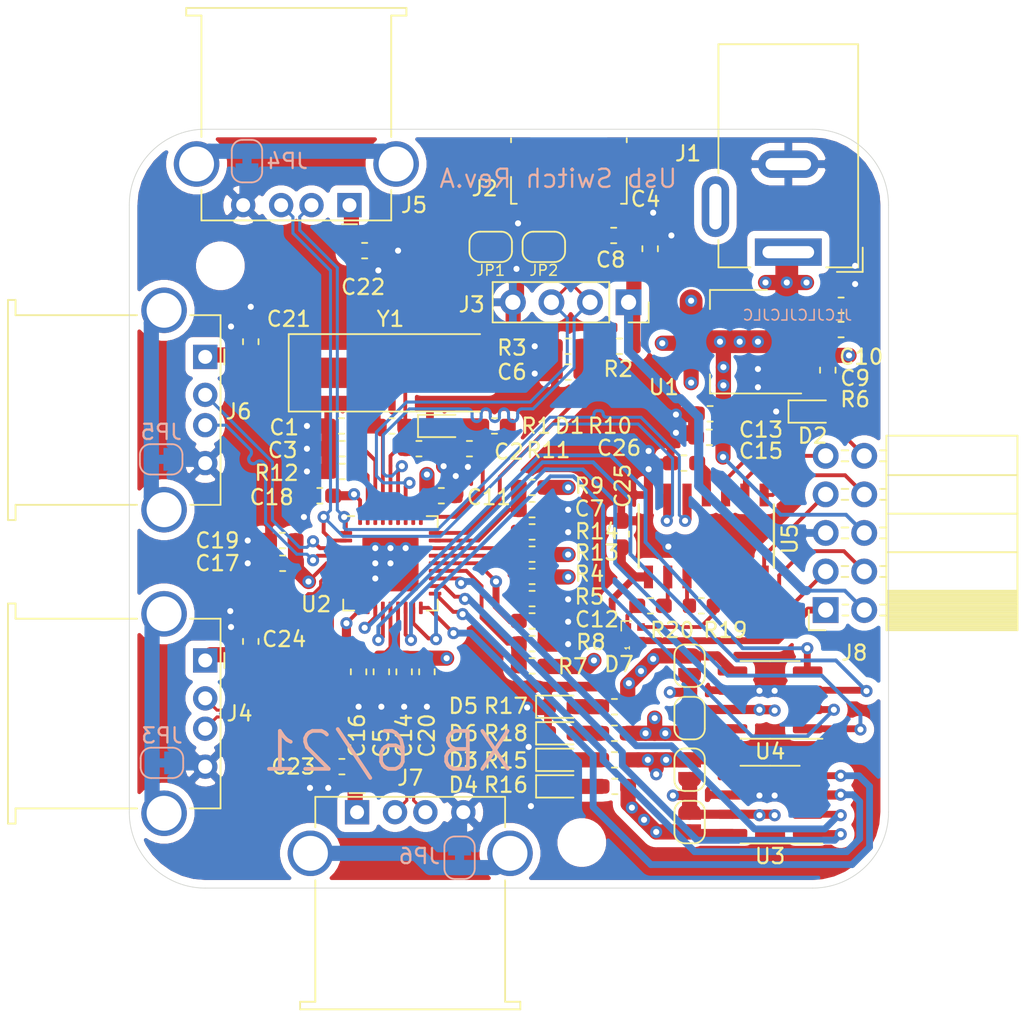
<source format=kicad_pcb>
(kicad_pcb (version 20171130) (host pcbnew 5.1.5+dfsg1-2build2)
  (layers (0 F.Cu signal) (1 In1.Cu signal) (2 In2.Cu signal) (31 B.Cu signal) (34 B.Paste user) (35 F.Paste user) (36 B.SilkS user) (37 F.SilkS user) (38 B.Mask user) (39 F.Mask user) (44 Edge.Cuts user))
  (net 0 "")
  (net 1 "Net-(C1-Pad1)")
  (net 2 GND)
  (net 3 "Net-(C2-Pad1)")
  (net 4 "Net-(C3-Pad1)")
  (net 5 /VBUS_UP)
  (net 6 "Net-(C5-Pad1)")
  (net 7 "Net-(C6-Pad1)")
  (net 8 "Net-(C7-Pad1)")
  (net 9 +5V)
  (net 10 +3V3)
  (net 11 /PWR2)
  (net 12 /PWR1)
  (net 13 /PWR4)
  (net 14 /PWR3)
  (net 15 "Net-(D1-Pad2)")
  (net 16 "Net-(D2-Pad2)")
  (net 17 "Net-(D3-Pad2)")
  (net 18 "Net-(D4-Pad2)")
  (net 19 "Net-(D5-Pad2)")
  (net 20 "Net-(D6-Pad2)")
  (net 21 "Net-(J2-Pad4)")
  (net 22 "Net-(J2-Pad6)")
  (net 23 "Net-(J4-Pad5)")
  (net 24 "Net-(J5-Pad5)")
  (net 25 "Net-(J6-Pad5)")
  (net 26 "Net-(J7-Pad5)")
  (net 27 "Net-(R4-Pad2)")
  (net 28 "Net-(R7-Pad2)")
  (net 29 "Net-(R10-Pad2)")
  (net 30 "Net-(R12-Pad1)")
  (net 31 "Net-(R13-Pad2)")
  (net 32 /EN1)
  (net 33 /OC1)
  (net 34 /EN2)
  (net 35 /OC2)
  (net 36 /EN3)
  (net 37 /OC3)
  (net 38 /EN4)
  (net 39 /OC4)
  (net 40 /UP_D-)
  (net 41 /UP_D+)
  (net 42 /D3-)
  (net 43 /D3+)
  (net 44 /D1+)
  (net 45 /D1-)
  (net 46 /D2+)
  (net 47 /D2-)
  (net 48 /D4-)
  (net 49 /D4+)
  (net 50 "Net-(U5-Pad4)")
  (net 51 "Net-(C26-Pad1)")
  (net 52 "Net-(D7-Pad4)")
  (net 53 "Net-(D7-Pad3)")
  (net 54 /SCL)
  (net 55 /SDA)
  (net 56 /GP3)
  (net 57 /GP2)
  (net 58 /UTX)
  (net 59 /URX)
  (net 60 /LED_TX)
  (net 61 /LED_RX)
  (module MountingHole:MountingHole_2.2mm_M2 (layer F.Cu) (at 6.8 20.5)
    (fp_text reference H2)
    (fp_text value MountingHole)
    (pad 1 np_thru_hole circle (at 0 0) (size 2.2 2.2) (drill 2.2) (layers *.Cu *.Mask))
  )
  (module MountingHole:MountingHole_2.2mm_M2 (layer F.Cu) (at -17 -17.5)
    (fp_text reference H1)
    (fp_text value MountingHole)
    (pad 1 np_thru_hole circle (at 0 0) (size 2.2 2.2) (drill 2.2) (layers *.Cu *.Mask))
  )
  (module solar_mppt1:USB_A_Stewart_SS-52100-001_Horizontal (layer F.Cu) (at -18 -11.5 270)
    (fp_text reference J6 (at 3.6 -2.2 180) (layer F.SilkS))
    (fp_text value USB_A)
    (pad 4 thru_hole circle (at 7 0 270) (size 1.6 1.6) (drill 0.92) (layers *.Cu *.Mask) (net 2 GND))
    (pad 3 thru_hole circle (at 4.5 0 270) (size 1.6 1.6) (drill 0.92) (layers *.Cu *.Mask) (net 46 /D2+))
    (pad 2 thru_hole circle (at 2.5 0 270) (size 1.6 1.6) (drill 0.92) (layers *.Cu *.Mask) (net 47 /D2-))
    (pad 1 thru_hole rect (at 0 0 270) (size 1.6 1.6) (drill 0.92) (layers *.Cu *.Mask) (net 11 /PWR2))
    (pad 5 thru_hole circle (at -3.07 2.71 270) (size 3 3) (drill 2.3) (layers *.Cu *.Mask) (net 25 "Net-(J6-Pad5)"))
    (pad 5 thru_hole circle (at 10.07 2.71 270) (size 3 3) (drill 2.3) (layers *.Cu *.Mask) (net 25 "Net-(J6-Pad5)"))
  )
  (module solar_mppt1:USB_A_Stewart_SS-52100-001_Horizontal (layer F.Cu) (at -18 8.5 270)
    (fp_text reference J4 (at 3.5 -2.26 180) (layer F.SilkS))
    (fp_text value USB_A)
    (pad 4 thru_hole circle (at 7 0 270) (size 1.6 1.6) (drill 0.92) (layers *.Cu *.Mask) (net 2 GND))
    (pad 3 thru_hole circle (at 4.5 0 270) (size 1.6 1.6) (drill 0.92) (layers *.Cu *.Mask) (net 43 /D3+))
    (pad 2 thru_hole circle (at 2.5 0 270) (size 1.6 1.6) (drill 0.92) (layers *.Cu *.Mask) (net 42 /D3-))
    (pad 1 thru_hole rect (at 0 0 270) (size 1.6 1.6) (drill 0.92) (layers *.Cu *.Mask) (net 14 /PWR3))
    (pad 5 thru_hole circle (at -3.07 2.71 270) (size 3 3) (drill 2.3) (layers *.Cu *.Mask) (net 23 "Net-(J4-Pad5)"))
    (pad 5 thru_hole circle (at 10.07 2.71 270) (size 3 3) (drill 2.3) (layers *.Cu *.Mask) (net 23 "Net-(J4-Pad5)"))
  )
  (module solar_mppt1:USB_A_Stewart_SS-52100-001_Horizontal (layer F.Cu) (at -8.5 -21.5 180)
    (fp_text reference J5 (at -4.25 0) (layer F.SilkS))
    (fp_text value USB_A)
    (pad 4 thru_hole circle (at 7 0 180) (size 1.6 1.6) (drill 0.92) (layers *.Cu *.Mask) (net 2 GND))
    (pad 3 thru_hole circle (at 4.5 0 180) (size 1.6 1.6) (drill 0.92) (layers *.Cu *.Mask) (net 44 /D1+))
    (pad 2 thru_hole circle (at 2.5 0 180) (size 1.6 1.6) (drill 0.92) (layers *.Cu *.Mask) (net 45 /D1-))
    (pad 1 thru_hole rect (at 0 0 180) (size 1.6 1.6) (drill 0.92) (layers *.Cu *.Mask) (net 12 /PWR1))
    (pad 5 thru_hole circle (at -3.07 2.71 180) (size 3 3) (drill 2.3) (layers *.Cu *.Mask) (net 24 "Net-(J5-Pad5)"))
    (pad 5 thru_hole circle (at 10.07 2.71 180) (size 3 3) (drill 2.3) (layers *.Cu *.Mask) (net 24 "Net-(J5-Pad5)"))
  )
  (module solar_mppt1:USB_A_Stewart_SS-52100-001_Horizontal (layer F.Cu) (at -8 18.5)
    (fp_text reference J7 (at 3.5 -2.26) (layer F.SilkS))
    (fp_text value USB_A)
    (pad 4 thru_hole circle (at 7 0) (size 1.6 1.6) (drill 0.92) (layers *.Cu *.Mask) (net 2 GND))
    (pad 3 thru_hole circle (at 4.5 0) (size 1.6 1.6) (drill 0.92) (layers *.Cu *.Mask) (net 49 /D4+))
    (pad 2 thru_hole circle (at 2.5 0) (size 1.6 1.6) (drill 0.92) (layers *.Cu *.Mask) (net 48 /D4-))
    (pad 1 thru_hole rect (at 0 0) (size 1.6 1.6) (drill 0.92) (layers *.Cu *.Mask) (net 13 /PWR4))
    (pad 5 thru_hole circle (at -3.07 2.71) (size 3 3) (drill 2.3) (layers *.Cu *.Mask) (net 26 "Net-(J7-Pad5)"))
    (pad 5 thru_hole circle (at 10.07 2.71) (size 3 3) (drill 2.3) (layers *.Cu *.Mask) (net 26 "Net-(J7-Pad5)"))
  )
  (module Resistor_SMD:R_0603_1608Metric (layer F.Cu) (at 14.675 4.9 180)
    (fp_text reference R19 (at -1.575 -1.6) (layer F.SilkS))
    (fp_text value 1k)
    (pad 2 smd roundrect (at 0.7875 0 180) (size 0.875 0.95) (layers F.Cu F.Paste F.Mask) (net 60 /LED_TX))
    (pad 1 smd roundrect (at -0.7875 0 180) (size 0.875 0.95) (layers F.Cu F.Paste F.Mask) (net 53 "Net-(D7-Pad3)"))
  )
  (module LED_SMD:LED_SK6812_EC15_1.5x1.5mm (layer F.Cu) (at 10.25 6.75 90)
    (fp_text reference D7 (at -2 -1 180) (layer F.SilkS))
    (fp_text value LED_Dual_AACC)
    (fp_text user 1 (at -0.925 -0.45 90) (layer F.SilkS) (effects (font (size 0.3 0.3) (thickness 0.075))))
    (pad 1 smd rect (at -0.45 -0.45 90) (size 0.5 0.5) (layers F.Cu F.Paste F.Mask) (net 9 +5V))
    (pad 2 smd rect (at -0.45 0.45 90) (size 0.5 0.5) (layers F.Cu F.Paste F.Mask) (net 9 +5V))
    (pad 3 smd rect (at 0.45 0.45 90) (size 0.5 0.5) (layers F.Cu F.Paste F.Mask) (net 53 "Net-(D7-Pad3)"))
    (pad 4 smd rect (at 0.45 -0.45 90) (size 0.5 0.5) (layers F.Cu F.Paste F.Mask) (net 52 "Net-(D7-Pad4)"))
  )
  (module Resistor_SMD:R_0603_1608Metric_Pad1.05x0.95mm_HandSolder (layer F.Cu) (at 11.325 4.9)
    (fp_text reference R20 (at 1.425 1.6) (layer F.SilkS))
    (fp_text value 1k)
    (pad 2 smd roundrect (at 0.875 0) (size 1.05 0.95) (layers F.Cu F.Paste F.Mask) (net 61 /LED_RX))
    (pad 1 smd roundrect (at -0.875 0) (size 1.05 0.95) (layers F.Cu F.Paste F.Mask) (net 52 "Net-(D7-Pad4)"))
  )
  (module Connector_PinSocket_2.54mm:PinSocket_2x05_P2.54mm_Horizontal (layer F.Cu) (at 22.86 5.18 180)
    (fp_text reference J8 (at -1.89 -2.82) (layer F.SilkS))
    (fp_text value UART)
    (pad 10 thru_hole oval (at -2.54 10.16 180) (size 1.7 1.7) (drill 1) (layers *.Cu *.Mask) (net 54 /SCL))
    (pad 9 thru_hole oval (at 0 10.16 180) (size 1.7 1.7) (drill 1) (layers *.Cu *.Mask) (net 55 /SDA))
    (pad 8 thru_hole oval (at -2.54 7.62 180) (size 1.7 1.7) (drill 1) (layers *.Cu *.Mask) (net 56 /GP3))
    (pad 7 thru_hole oval (at 0 7.62 180) (size 1.7 1.7) (drill 1) (layers *.Cu *.Mask) (net 57 /GP2))
    (pad 6 thru_hole oval (at -2.54 5.08 180) (size 1.7 1.7) (drill 1) (layers *.Cu *.Mask) (net 10 +3V3))
    (pad 5 thru_hole oval (at 0 5.08 180) (size 1.7 1.7) (drill 1) (layers *.Cu *.Mask) (net 2 GND))
    (pad 4 thru_hole oval (at -2.54 2.54 180) (size 1.7 1.7) (drill 1) (layers *.Cu *.Mask) (net 58 /UTX))
    (pad 3 thru_hole oval (at 0 2.54 180) (size 1.7 1.7) (drill 1) (layers *.Cu *.Mask) (net 59 /URX))
    (pad 2 thru_hole oval (at -2.54 0 180) (size 1.7 1.7) (drill 1) (layers *.Cu *.Mask) (net 5 /VBUS_UP))
    (pad 1 thru_hole rect (at 0 0 180) (size 1.7 1.7) (drill 1) (layers *.Cu *.Mask) (net 9 +5V))
  )
  (module Capacitor_SMD:C_0603_1608Metric_Pad1.05x0.95mm_HandSolder (layer F.Cu) (at 13.525 -4.5 180)
    (fp_text reference C26 (at 4.275 1) (layer F.SilkS))
    (fp_text value 100n)
    (pad 2 smd roundrect (at 0.875 0 180) (size 1.05 0.95) (layers F.Cu F.Paste F.Mask) (net 2 GND))
    (pad 1 smd roundrect (at -0.875 0 180) (size 1.05 0.95) (layers F.Cu F.Paste F.Mask) (net 51 "Net-(C26-Pad1)"))
  )
  (module Capacitor_SMD:C_0603_1608Metric_Pad1.05x0.95mm_HandSolder (layer F.Cu) (at 9.4 0.175 90)
    (fp_text reference C25 (at 3.175 0.1 270) (layer F.SilkS))
    (fp_text value 100n)
    (pad 2 smd roundrect (at 0.875 0 90) (size 1.05 0.95) (layers F.Cu F.Paste F.Mask) (net 2 GND))
    (pad 1 smd roundrect (at -0.875 0 90) (size 1.05 0.95) (layers F.Cu F.Paste F.Mask) (net 9 +5V))
  )
  (module solar_mppt:MCP2221-I_SL (layer F.Cu) (at 15 0.3 90)
    (fp_text reference U5 (at -0.2 5.5 90) (layer F.SilkS))
    (fp_text value MCP2221-I_SL hide)
    (pad 14 smd rect (at 2.7 -3.81 90) (size 1.5 0.6) (layers F.Cu F.Paste F.Mask) (net 2 GND))
    (pad 13 smd rect (at 2.7 -2.54 90) (size 1.5 0.6) (layers F.Cu F.Paste F.Mask) (net 44 /D1+))
    (pad 12 smd rect (at 2.7 -1.27 90) (size 1.5 0.6) (layers F.Cu F.Paste F.Mask) (net 45 /D1-))
    (pad 11 smd rect (at 2.7 0 90) (size 1.5 0.6) (layers F.Cu F.Paste F.Mask) (net 51 "Net-(C26-Pad1)"))
    (pad 10 smd rect (at 2.7 1.27 90) (size 1.5 0.6) (layers F.Cu F.Paste F.Mask) (net 54 /SCL))
    (pad 9 smd rect (at 2.7 2.54 90) (size 1.5 0.6) (layers F.Cu F.Paste F.Mask) (net 55 /SDA))
    (pad 8 smd rect (at 2.7 3.81 90) (size 1.5 0.6) (layers F.Cu F.Paste F.Mask) (net 56 /GP3))
    (pad 7 smd rect (at -2.7 3.81 90) (size 1.5 0.6) (layers F.Cu F.Paste F.Mask) (net 57 /GP2))
    (pad 6 smd rect (at -2.7 2.54 90) (size 1.5 0.6) (layers F.Cu F.Paste F.Mask) (net 58 /UTX))
    (pad 5 smd rect (at -2.7 1.27 90) (size 1.5 0.6) (layers F.Cu F.Paste F.Mask) (net 59 /URX))
    (pad 4 smd rect (at -2.7 0 90) (size 1.5 0.6) (layers F.Cu F.Paste F.Mask) (net 50 "Net-(U5-Pad4)"))
    (pad 3 smd rect (at -2.7 -1.27 90) (size 1.5 0.6) (layers F.Cu F.Paste F.Mask) (net 60 /LED_TX))
    (pad 2 smd rect (at -2.7 -2.54 90) (size 1.5 0.6) (layers F.Cu F.Paste F.Mask) (net 61 /LED_RX))
    (pad 1 smd rect (at -2.7 -3.81 90) (size 1.5 0.6) (layers F.Cu F.Paste F.Mask) (net 9 +5V))
  )
  (module Package_DFN_QFN:QFN-36-1EP_6x6mm_P0.5mm_EP3.7x3.7mm (layer F.Cu) (at -5.8 2.1)
    (fp_text reference U2 (at -4.9 2.7) (layer F.SilkS))
    (fp_text value USB2514B_Bi)
    (pad 37 smd roundrect (at 0 0) (size 3.7 3.7) (layers F.Cu F.Mask) (roundrect_rratio 0.067568) (net 2 GND))
    (pad 1 smd roundrect (at -2.9375 -2) (size 0.825 0.25) (layers F.Cu F.Paste F.Mask) (net 45 /D1-))
    (pad 2 smd roundrect (at -2.9375 -1.5) (size 0.825 0.25) (layers F.Cu F.Paste F.Mask) (net 44 /D1+))
    (pad 3 smd roundrect (at -2.9375 -1) (size 0.825 0.25) (layers F.Cu F.Paste F.Mask) (net 47 /D2-))
    (pad 4 smd roundrect (at -2.9375 -0.5) (size 0.825 0.25) (layers F.Cu F.Paste F.Mask) (net 46 /D2+))
    (pad 5 smd roundrect (at -2.9375 0) (size 0.825 0.25) (layers F.Cu F.Paste F.Mask) (net 10 +3V3))
    (pad 6 smd roundrect (at -2.9375 0.5) (size 0.825 0.25) (layers F.Cu F.Paste F.Mask) (net 42 /D3-))
    (pad 7 smd roundrect (at -2.9375 1) (size 0.825 0.25) (layers F.Cu F.Paste F.Mask) (net 43 /D3+))
    (pad 8 smd roundrect (at -2.9375 1.5) (size 0.825 0.25) (layers F.Cu F.Paste F.Mask) (net 48 /D4-))
    (pad 9 smd roundrect (at -2.9375 2) (size 0.825 0.25) (layers F.Cu F.Paste F.Mask) (net 49 /D4+))
    (pad 10 smd roundrect (at -2 2.9375) (size 0.25 0.825) (layers F.Cu F.Paste F.Mask) (net 10 +3V3))
    (pad 11 smd roundrect (at -1.5 2.9375) (size 0.25 0.825) (layers F.Cu F.Paste F.Mask) (net 2 GND))
    (pad 12 smd roundrect (at -1 2.9375) (size 0.25 0.825) (layers F.Cu F.Paste F.Mask) (net 32 /EN1))
    (pad 13 smd roundrect (at -0.5 2.9375) (size 0.25 0.825) (layers F.Cu F.Paste F.Mask) (net 33 /OC1))
    (pad 14 smd roundrect (at 0 2.9375) (size 0.25 0.825) (layers F.Cu F.Paste F.Mask) (net 6 "Net-(C5-Pad1)"))
    (pad 15 smd roundrect (at 0.5 2.9375) (size 0.25 0.825) (layers F.Cu F.Paste F.Mask) (net 10 +3V3))
    (pad 16 smd roundrect (at 1 2.9375) (size 0.25 0.825) (layers F.Cu F.Paste F.Mask) (net 34 /EN2))
    (pad 17 smd roundrect (at 1.5 2.9375) (size 0.25 0.825) (layers F.Cu F.Paste F.Mask) (net 35 /OC2))
    (pad 18 smd roundrect (at 2 2.9375) (size 0.25 0.825) (layers F.Cu F.Paste F.Mask) (net 36 /EN3))
    (pad 19 smd roundrect (at 2.9375 2) (size 0.825 0.25) (layers F.Cu F.Paste F.Mask) (net 37 /OC3))
    (pad 20 smd roundrect (at 2.9375 1.5) (size 0.825 0.25) (layers F.Cu F.Paste F.Mask) (net 38 /EN4))
    (pad 21 smd roundrect (at 2.9375 1) (size 0.825 0.25) (layers F.Cu F.Paste F.Mask) (net 39 /OC4))
    (pad 22 smd roundrect (at 2.9375 0.5) (size 0.825 0.25) (layers F.Cu F.Paste F.Mask) (net 28 "Net-(R7-Pad2)"))
    (pad 23 smd roundrect (at 2.9375 0) (size 0.825 0.25) (layers F.Cu F.Paste F.Mask) (net 10 +3V3))
    (pad 24 smd roundrect (at 2.9375 -0.5) (size 0.825 0.25) (layers F.Cu F.Paste F.Mask) (net 27 "Net-(R4-Pad2)"))
    (pad 25 smd roundrect (at 2.9375 -1) (size 0.825 0.25) (layers F.Cu F.Paste F.Mask) (net 31 "Net-(R13-Pad2)"))
    (pad 26 smd roundrect (at 2.9375 -1.5) (size 0.825 0.25) (layers F.Cu F.Paste F.Mask) (net 8 "Net-(C7-Pad1)"))
    (pad 27 smd roundrect (at 2.9375 -2) (size 0.825 0.25) (layers F.Cu F.Paste F.Mask) (net 7 "Net-(C6-Pad1)"))
    (pad 28 smd roundrect (at 2 -2.9375) (size 0.25 0.825) (layers F.Cu F.Paste F.Mask) (net 29 "Net-(R10-Pad2)"))
    (pad 29 smd roundrect (at 1.5 -2.9375) (size 0.25 0.825) (layers F.Cu F.Paste F.Mask) (net 10 +3V3))
    (pad 30 smd roundrect (at 1 -2.9375) (size 0.25 0.825) (layers F.Cu F.Paste F.Mask) (net 41 /UP_D+))
    (pad 31 smd roundrect (at 0.5 -2.9375) (size 0.25 0.825) (layers F.Cu F.Paste F.Mask) (net 40 /UP_D-))
    (pad 32 smd roundrect (at 0 -2.9375) (size 0.25 0.825) (layers F.Cu F.Paste F.Mask) (net 3 "Net-(C2-Pad1)"))
    (pad 33 smd roundrect (at -0.5 -2.9375) (size 0.25 0.825) (layers F.Cu F.Paste F.Mask) (net 1 "Net-(C1-Pad1)"))
    (pad 34 smd roundrect (at -1 -2.9375) (size 0.25 0.825) (layers F.Cu F.Paste F.Mask) (net 4 "Net-(C3-Pad1)"))
    (pad 35 smd roundrect (at -1.5 -2.9375) (size 0.25 0.825) (layers F.Cu F.Paste F.Mask) (net 30 "Net-(R12-Pad1)"))
    (pad 36 smd roundrect (at -2 -2.9375) (size 0.25 0.825) (layers F.Cu F.Paste F.Mask) (net 10 +3V3))
  )
  (module Resistor_SMD:R_0603_1608Metric_Pad1.05x0.95mm_HandSolder (layer F.Cu) (at 23 -10.625 270)
    (fp_text reference R6 (at 1.925 -1.8) (layer F.SilkS))
    (fp_text value 1k)
    (pad 1 smd roundrect (at -0.875 0 270) (size 1.05 0.95) (layers F.Cu F.Paste F.Mask) (net 9 +5V))
    (pad 2 smd roundrect (at 0.875 0 270) (size 1.05 0.95) (layers F.Cu F.Paste F.Mask) (net 16 "Net-(D2-Pad2)"))
  )
  (module Capacitor_SMD:C_0603_1608Metric_Pad1.05x0.95mm_HandSolder (layer F.Cu) (at 3.525 5.9)
    (fp_text reference C12 (at 4.275 -0.1) (layer F.SilkS))
    (fp_text value 100n)
    (pad 1 smd roundrect (at -0.875 0) (size 1.05 0.95) (layers F.Cu F.Paste F.Mask) (net 10 +3V3))
    (pad 2 smd roundrect (at 0.875 0) (size 1.05 0.95) (layers F.Cu F.Paste F.Mask) (net 2 GND))
  )
  (module Crystal:Crystal_SMD_HC49-SD (layer F.Cu) (at -5.8 -10.45)
    (fp_text reference Y1 (at 0 -3.55) (layer F.SilkS))
    (fp_text value 24MHz)
    (pad 2 smd rect (at 4.25 0) (size 4.5 2) (layers F.Cu F.Paste F.Mask) (net 3 "Net-(C2-Pad1)"))
    (pad 1 smd rect (at -4.25 0) (size 4.5 2) (layers F.Cu F.Paste F.Mask) (net 1 "Net-(C1-Pad1)"))
  )
  (module Jumper:SolderJumper-2_P1.3mm_Open_RoundedPad1.0x1.5mm (layer F.Cu) (at 13.9 12.3 90)
    (fp_text reference JP10 hide)
    (fp_text value Jumper_NO_Small)
    (pad 2 smd custom (at 0.65 0 90) (size 1 0.5) (layers F.Cu F.Mask) (net 9 +5V) (options (clearance outline) (anchor rect)) (primitives (gr_circle (center 0 0.25) (end 0.5 0.25) (width 0)) (gr_circle (center 0 -0.25) (end 0.5 -0.25) (width 0)) (gr_poly (pts (xy 0 -0.75) (xy -0.5 -0.75) (xy -0.5 0.75) (xy 0 0.75)) (width 0))))
    (pad 1 smd custom (at -0.65 0 90) (size 1 0.5) (layers F.Cu F.Mask) (net 11 /PWR2) (options (clearance outline) (anchor rect)) (primitives (gr_circle (center 0 0.25) (end 0.5 0.25) (width 0)) (gr_circle (center 0 -0.25) (end 0.5 -0.25) (width 0)) (gr_poly (pts (xy 0 -0.75) (xy 0.5 -0.75) (xy 0.5 0.75) (xy 0 0.75)) (width 0))))
  )
  (module Jumper:SolderJumper-2_P1.3mm_Open_RoundedPad1.0x1.5mm (layer F.Cu) (at 13.9 8.85 270)
    (fp_text reference JP9 hide)
    (fp_text value Jumper_NO_Small)
    (pad 2 smd custom (at 0.65 0 270) (size 1 0.5) (layers F.Cu F.Mask) (net 9 +5V) (options (clearance outline) (anchor rect)) (primitives (gr_circle (center 0 0.25) (end 0.5 0.25) (width 0)) (gr_circle (center 0 -0.25) (end 0.5 -0.25) (width 0)) (gr_poly (pts (xy 0 -0.75) (xy -0.5 -0.75) (xy -0.5 0.75) (xy 0 0.75)) (width 0))))
    (pad 1 smd custom (at -0.65 0 270) (size 1 0.5) (layers F.Cu F.Mask) (net 12 /PWR1) (options (clearance outline) (anchor rect)) (primitives (gr_circle (center 0 0.25) (end 0.5 0.25) (width 0)) (gr_circle (center 0 -0.25) (end 0.5 -0.25) (width 0)) (gr_poly (pts (xy 0 -0.75) (xy 0.5 -0.75) (xy 0.5 0.75) (xy 0 0.75)) (width 0))))
  )
  (module Jumper:SolderJumper-2_P1.3mm_Open_RoundedPad1.0x1.5mm (layer F.Cu) (at 13.9 19.15 90)
    (fp_text reference JP8 hide)
    (fp_text value Jumper_NO_Small)
    (pad 2 smd custom (at 0.65 0 90) (size 1 0.5) (layers F.Cu F.Mask) (net 9 +5V) (options (clearance outline) (anchor rect)) (primitives (gr_circle (center 0 0.25) (end 0.5 0.25) (width 0)) (gr_circle (center 0 -0.25) (end 0.5 -0.25) (width 0)) (gr_poly (pts (xy 0 -0.75) (xy -0.5 -0.75) (xy -0.5 0.75) (xy 0 0.75)) (width 0))))
    (pad 1 smd custom (at -0.65 0 90) (size 1 0.5) (layers F.Cu F.Mask) (net 13 /PWR4) (options (clearance outline) (anchor rect)) (primitives (gr_circle (center 0 0.25) (end 0.5 0.25) (width 0)) (gr_circle (center 0 -0.25) (end 0.5 -0.25) (width 0)) (gr_poly (pts (xy 0 -0.75) (xy 0.5 -0.75) (xy 0.5 0.75) (xy 0 0.75)) (width 0))))
  )
  (module Jumper:SolderJumper-2_P1.3mm_Open_RoundedPad1.0x1.5mm (layer F.Cu) (at 13.9 15.7 270)
    (fp_text reference JP7 hide)
    (fp_text value Jumper_NO_Small)
    (pad 2 smd custom (at 0.65 0 270) (size 1 0.5) (layers F.Cu F.Mask) (net 9 +5V) (options (clearance outline) (anchor rect)) (primitives (gr_circle (center 0 0.25) (end 0.5 0.25) (width 0)) (gr_circle (center 0 -0.25) (end 0.5 -0.25) (width 0)) (gr_poly (pts (xy 0 -0.75) (xy -0.5 -0.75) (xy -0.5 0.75) (xy 0 0.75)) (width 0))))
    (pad 1 smd custom (at -0.65 0 270) (size 1 0.5) (layers F.Cu F.Mask) (net 14 /PWR3) (options (clearance outline) (anchor rect)) (primitives (gr_circle (center 0 0.25) (end 0.5 0.25) (width 0)) (gr_circle (center 0 -0.25) (end 0.5 -0.25) (width 0)) (gr_poly (pts (xy 0 -0.75) (xy 0.5 -0.75) (xy 0.5 0.75) (xy 0 0.75)) (width 0))))
  )
  (module Capacitor_SMD:C_0603_1608Metric_Pad1.05x0.95mm_HandSolder (layer F.Cu) (at -9.025 -6.95 180)
    (fp_text reference C1 (at 3.775 -0.1) (layer F.SilkS))
    (fp_text value 18p)
    (pad 1 smd roundrect (at -0.875 0 180) (size 1.05 0.95) (layers F.Cu F.Paste F.Mask) (net 1 "Net-(C1-Pad1)"))
    (pad 2 smd roundrect (at 0.875 0 180) (size 1.05 0.95) (layers F.Cu F.Paste F.Mask) (net 2 GND))
  )
  (module Capacitor_SMD:C_0603_1608Metric_Pad1.05x0.95mm_HandSolder (layer F.Cu) (at -3.925 -5.45)
    (fp_text reference C2 (at 5.925 0.2) (layer F.SilkS))
    (fp_text value 18p)
    (pad 2 smd roundrect (at 0.875 0) (size 1.05 0.95) (layers F.Cu F.Paste F.Mask) (net 2 GND))
    (pad 1 smd roundrect (at -0.875 0) (size 1.05 0.95) (layers F.Cu F.Paste F.Mask) (net 3 "Net-(C2-Pad1)"))
  )
  (module Capacitor_SMD:C_0603_1608Metric_Pad1.05x0.95mm_HandSolder (layer F.Cu) (at -8.975 -5.45 180)
    (fp_text reference C3 (at 3.925 -0.1) (layer F.SilkS))
    (fp_text value 100n)
    (pad 2 smd roundrect (at 0.875 0 180) (size 1.05 0.95) (layers F.Cu F.Paste F.Mask) (net 2 GND))
    (pad 1 smd roundrect (at -0.875 0 180) (size 1.05 0.95) (layers F.Cu F.Paste F.Mask) (net 4 "Net-(C3-Pad1)"))
  )
  (module Capacitor_SMD:C_0603_1608Metric_Pad1.05x0.95mm_HandSolder (layer F.Cu) (at 11.3 -18.625 90)
    (fp_text reference C4 (at 3.275 -0.3 180) (layer F.SilkS))
    (fp_text value 100n)
    (pad 1 smd roundrect (at -0.875 0 90) (size 1.05 0.95) (layers F.Cu F.Paste F.Mask) (net 5 /VBUS_UP))
    (pad 2 smd roundrect (at 0.875 0 90) (size 1.05 0.95) (layers F.Cu F.Paste F.Mask) (net 2 GND))
  )
  (module Capacitor_SMD:C_0603_1608Metric_Pad1.05x0.95mm_HandSolder (layer F.Cu) (at -6.4 9.25 270)
    (fp_text reference C5 (at 4.7 0 90) (layer F.SilkS))
    (fp_text value 100n)
    (pad 1 smd roundrect (at -0.875 0 270) (size 1.05 0.95) (layers F.Cu F.Paste F.Mask) (net 6 "Net-(C5-Pad1)"))
    (pad 2 smd roundrect (at 0.875 0 270) (size 1.05 0.95) (layers F.Cu F.Paste F.Mask) (net 2 GND))
  )
  (module Capacitor_SMD:C_0603_1608Metric_Pad1.05x0.95mm_HandSolder (layer F.Cu) (at 5.9 -10.5 180)
    (fp_text reference C6 (at 3.7 0) (layer F.SilkS))
    (fp_text value 100n)
    (pad 2 smd roundrect (at 0.875 0 180) (size 1.05 0.95) (layers F.Cu F.Paste F.Mask) (net 2 GND))
    (pad 1 smd roundrect (at -0.875 0 180) (size 1.05 0.95) (layers F.Cu F.Paste F.Mask) (net 7 "Net-(C6-Pad1)"))
  )
  (module Capacitor_SMD:C_0603_1608Metric_Pad1.05x0.95mm_HandSolder (layer F.Cu) (at 3.525 -1.434286)
    (fp_text reference C7 (at 3.775 -0.065714) (layer F.SilkS))
    (fp_text value 100n)
    (pad 2 smd roundrect (at 0.875 0) (size 1.05 0.95) (layers F.Cu F.Paste F.Mask) (net 2 GND))
    (pad 1 smd roundrect (at -0.875 0) (size 1.05 0.95) (layers F.Cu F.Paste F.Mask) (net 8 "Net-(C7-Pad1)"))
  )
  (module Capacitor_SMD:C_0603_1608Metric_Pad1.05x0.95mm_HandSolder (layer F.Cu) (at 8.9 -19.5)
    (fp_text reference C8 (at -0.2 1.6) (layer F.SilkS))
    (fp_text value 100n)
    (pad 2 smd roundrect (at 0.875 0) (size 1.05 0.95) (layers F.Cu F.Paste F.Mask) (net 2 GND))
    (pad 1 smd roundrect (at -0.875 0) (size 1.05 0.95) (layers F.Cu F.Paste F.Mask) (net 5 /VBUS_UP))
  )
  (module Capacitor_SMD:C_0603_1608Metric_Pad1.05x0.95mm_HandSolder (layer F.Cu) (at 23.875 -13.3)
    (fp_text reference C9 (at 0.925 3.2 180) (layer F.SilkS))
    (fp_text value 100n)
    (pad 2 smd roundrect (at 0.875 0) (size 1.05 0.95) (layers F.Cu F.Paste F.Mask) (net 2 GND))
    (pad 1 smd roundrect (at -0.875 0) (size 1.05 0.95) (layers F.Cu F.Paste F.Mask) (net 9 +5V))
  )
  (module Capacitor_SMD:C_0603_1608Metric_Pad1.05x0.95mm_HandSolder (layer F.Cu) (at 23.875 -14.9)
    (fp_text reference C10 (at 1.325 3.4) (layer F.SilkS))
    (fp_text value 10u)
    (pad 2 smd roundrect (at 0.875 0) (size 1.05 0.95) (layers F.Cu F.Paste F.Mask) (net 2 GND))
    (pad 1 smd roundrect (at -0.875 0) (size 1.05 0.95) (layers F.Cu F.Paste F.Mask) (net 9 +5V))
  )
  (module Capacitor_SMD:C_0603_1608Metric_Pad1.05x0.95mm_HandSolder (layer F.Cu) (at -2.45 -2.35)
    (fp_text reference C11 (at 3.125 0.1) (layer F.SilkS))
    (fp_text value 100n)
    (pad 1 smd roundrect (at -0.875 0) (size 1.05 0.95) (layers F.Cu F.Paste F.Mask) (net 10 +3V3))
    (pad 2 smd roundrect (at 0.875 0) (size 1.05 0.95) (layers F.Cu F.Paste F.Mask) (net 2 GND))
  )
  (module Capacitor_SMD:C_0603_1608Metric_Pad1.05x0.95mm_HandSolder (layer F.Cu) (at 15.2 -6.2 180)
    (fp_text reference C13 (at -3.4 0.5) (layer F.SilkS))
    (fp_text value 100n)
    (pad 1 smd roundrect (at -0.875 0 180) (size 1.05 0.95) (layers F.Cu F.Paste F.Mask) (net 10 +3V3))
    (pad 2 smd roundrect (at 0.875 0 180) (size 1.05 0.95) (layers F.Cu F.Paste F.Mask) (net 2 GND))
  )
  (module Capacitor_SMD:C_0603_1608Metric_Pad1.05x0.95mm_HandSolder (layer F.Cu) (at -4.9 9.25 270)
    (fp_text reference C14 (at 4.2 0 90) (layer F.SilkS))
    (fp_text value 100n)
    (pad 2 smd roundrect (at 0.875 0 270) (size 1.05 0.95) (layers F.Cu F.Paste F.Mask) (net 2 GND))
    (pad 1 smd roundrect (at -0.875 0 270) (size 1.05 0.95) (layers F.Cu F.Paste F.Mask) (net 10 +3V3))
  )
  (module Capacitor_SMD:C_0603_1608Metric_Pad1.05x0.95mm_HandSolder (layer F.Cu) (at 15.25 -7.75 180)
    (fp_text reference C15 (at -3.35 -2.45) (layer F.SilkS))
    (fp_text value 10u)
    (pad 1 smd roundrect (at -0.875 0 180) (size 1.05 0.95) (layers F.Cu F.Paste F.Mask) (net 10 +3V3))
    (pad 2 smd roundrect (at 0.875 0 180) (size 1.05 0.95) (layers F.Cu F.Paste F.Mask) (net 2 GND))
  )
  (module Capacitor_SMD:C_0603_1608Metric_Pad1.05x0.95mm_HandSolder (layer F.Cu) (at -7.9 9.25 270)
    (fp_text reference C16 (at 4.2 0.1 90) (layer F.SilkS))
    (fp_text value 100n)
    (pad 1 smd roundrect (at -0.875 0 270) (size 1.05 0.95) (layers F.Cu F.Paste F.Mask) (net 10 +3V3))
    (pad 2 smd roundrect (at 0.875 0 270) (size 1.05 0.95) (layers F.Cu F.Paste F.Mask) (net 2 GND))
  )
  (module Capacitor_SMD:C_0603_1608Metric_Pad1.05x0.95mm_HandSolder (layer F.Cu) (at -12.9 2.1 180)
    (fp_text reference C17 (at 4.3 0) (layer F.SilkS))
    (fp_text value 100n)
    (pad 1 smd roundrect (at -0.875 0 180) (size 1.05 0.95) (layers F.Cu F.Paste F.Mask) (net 10 +3V3))
    (pad 2 smd roundrect (at 0.875 0 180) (size 1.05 0.95) (layers F.Cu F.Paste F.Mask) (net 2 GND))
  )
  (module Capacitor_SMD:C_0603_1608Metric_Pad1.05x0.95mm_HandSolder (layer F.Cu) (at -10.45 -2.35 180)
    (fp_text reference C18 (at 3.175 -0.1) (layer F.SilkS))
    (fp_text value 100n)
    (pad 2 smd roundrect (at 0.875 0 180) (size 1.05 0.95) (layers F.Cu F.Paste F.Mask) (net 2 GND))
    (pad 1 smd roundrect (at -0.875 0 180) (size 1.05 0.95) (layers F.Cu F.Paste F.Mask) (net 10 +3V3))
  )
  (module Capacitor_SMD:C_0603_1608Metric_Pad1.05x0.95mm_HandSolder (layer F.Cu) (at -12.925 0.6 180)
    (fp_text reference C19 (at 4.275 0) (layer F.SilkS))
    (fp_text value 10u)
    (pad 1 smd roundrect (at -0.875 0 180) (size 1.05 0.95) (layers F.Cu F.Paste F.Mask) (net 10 +3V3))
    (pad 2 smd roundrect (at 0.875 0 180) (size 1.05 0.95) (layers F.Cu F.Paste F.Mask) (net 2 GND))
  )
  (module Capacitor_SMD:C_0603_1608Metric_Pad1.05x0.95mm_HandSolder (layer F.Cu) (at -3.4 9.25 270)
    (fp_text reference C20 (at 4.2 0 90) (layer F.SilkS))
    (fp_text value 10u)
    (pad 2 smd roundrect (at 0.875 0 270) (size 1.05 0.95) (layers F.Cu F.Paste F.Mask) (net 2 GND))
    (pad 1 smd roundrect (at -0.875 0 270) (size 1.05 0.95) (layers F.Cu F.Paste F.Mask) (net 10 +3V3))
  )
  (module Capacitor_SMD:C_0603_1608Metric_Pad1.05x0.95mm_HandSolder (layer F.Cu) (at -15 -12.5 90)
    (fp_text reference C21 (at 1.5 2.5 180) (layer F.SilkS))
    (fp_text value 100n)
    (pad 2 smd roundrect (at 0.875 0 90) (size 1.05 0.95) (layers F.Cu F.Paste F.Mask) (net 2 GND))
    (pad 1 smd roundrect (at -0.875 0 90) (size 1.05 0.95) (layers F.Cu F.Paste F.Mask) (net 11 /PWR2))
  )
  (module Capacitor_SMD:C_0603_1608Metric_Pad1.05x0.95mm_HandSolder (layer F.Cu) (at -7.5 -18.5)
    (fp_text reference C22 (at -0.1 2.4) (layer F.SilkS))
    (fp_text value 100n)
    (pad 1 smd roundrect (at -0.875 0) (size 1.05 0.95) (layers F.Cu F.Paste F.Mask) (net 12 /PWR1))
    (pad 2 smd roundrect (at 0.875 0) (size 1.05 0.95) (layers F.Cu F.Paste F.Mask) (net 2 GND))
  )
  (module Capacitor_SMD:C_0603_1608Metric_Pad1.05x0.95mm_HandSolder (layer F.Cu) (at -9 15.5 180)
    (fp_text reference C23 (at 3.2 0) (layer F.SilkS))
    (fp_text value 100n)
    (pad 2 smd roundrect (at 0.875 0 180) (size 1.05 0.95) (layers F.Cu F.Paste F.Mask) (net 2 GND))
    (pad 1 smd roundrect (at -0.875 0 180) (size 1.05 0.95) (layers F.Cu F.Paste F.Mask) (net 13 /PWR4))
  )
  (module Capacitor_SMD:C_0603_1608Metric_Pad1.05x0.95mm_HandSolder (layer F.Cu) (at -15 7.25 90)
    (fp_text reference C24 (at 0.15 2.2 180) (layer F.SilkS))
    (fp_text value 100n)
    (pad 1 smd roundrect (at -0.875 0 90) (size 1.05 0.95) (layers F.Cu F.Paste F.Mask) (net 14 /PWR3))
    (pad 2 smd roundrect (at 0.875 0 90) (size 1.05 0.95) (layers F.Cu F.Paste F.Mask) (net 2 GND))
  )
  (module LED_SMD:LED_0603_1608Metric_Pad1.05x0.95mm_HandSolder (layer F.Cu) (at -2.325 -6.95)
    (fp_text reference D1 (at 8.325 0) (layer F.SilkS))
    (fp_text value LED)
    (pad 1 smd roundrect (at -0.875 0) (size 1.05 0.95) (layers F.Cu F.Paste F.Mask) (net 2 GND))
    (pad 2 smd roundrect (at 0.875 0) (size 1.05 0.95) (layers F.Cu F.Paste F.Mask) (net 15 "Net-(D1-Pad2)"))
  )
  (module LED_SMD:LED_0603_1608Metric_Pad1.05x0.95mm_HandSolder (layer F.Cu) (at 22.075 -7.9)
    (fp_text reference D2 (at -0.075 1.6 180) (layer F.SilkS))
    (fp_text value LED)
    (pad 2 smd roundrect (at 0.875 0) (size 1.05 0.95) (layers F.Cu F.Paste F.Mask) (net 16 "Net-(D2-Pad2)"))
    (pad 1 smd roundrect (at -0.875 0) (size 1.05 0.95) (layers F.Cu F.Paste F.Mask) (net 2 GND))
  )
  (module LED_SMD:LED_0603_1608Metric_Pad1.05x0.95mm_HandSolder (layer F.Cu) (at 5.45 15.05)
    (fp_text reference D3 (at -6.45 0.05) (layer F.SilkS))
    (fp_text value LED)
    (pad 1 smd roundrect (at -0.875 0) (size 1.05 0.95) (layers F.Cu F.Paste F.Mask) (net 2 GND))
    (pad 2 smd roundrect (at 0.875 0) (size 1.05 0.95) (layers F.Cu F.Paste F.Mask) (net 17 "Net-(D3-Pad2)"))
  )
  (module LED_SMD:LED_0603_1608Metric_Pad1.05x0.95mm_HandSolder (layer F.Cu) (at 5.45 16.8)
    (fp_text reference D4 (at -6.45 -0.1) (layer F.SilkS))
    (fp_text value LED)
    (pad 2 smd roundrect (at 0.875 0) (size 1.05 0.95) (layers F.Cu F.Paste F.Mask) (net 18 "Net-(D4-Pad2)"))
    (pad 1 smd roundrect (at -0.875 0) (size 1.05 0.95) (layers F.Cu F.Paste F.Mask) (net 2 GND))
  )
  (module LED_SMD:LED_0603_1608Metric_Pad1.05x0.95mm_HandSolder (layer F.Cu) (at 5.45 11.55)
    (fp_text reference D5 (at -6.45 -0.05) (layer F.SilkS))
    (fp_text value LED)
    (pad 1 smd roundrect (at -0.875 0) (size 1.05 0.95) (layers F.Cu F.Paste F.Mask) (net 2 GND))
    (pad 2 smd roundrect (at 0.875 0) (size 1.05 0.95) (layers F.Cu F.Paste F.Mask) (net 19 "Net-(D5-Pad2)"))
  )
  (module LED_SMD:LED_0603_1608Metric_Pad1.05x0.95mm_HandSolder (layer F.Cu) (at 5.45 13.3)
    (fp_text reference D6 (at -6.45 0) (layer F.SilkS))
    (fp_text value LED)
    (pad 2 smd roundrect (at 0.875 0) (size 1.05 0.95) (layers F.Cu F.Paste F.Mask) (net 20 "Net-(D6-Pad2)"))
    (pad 1 smd roundrect (at -0.875 0) (size 1.05 0.95) (layers F.Cu F.Paste F.Mask) (net 2 GND))
  )
  (module Connector_BarrelJack:BarrelJack_Wuerth_6941xx301002 (layer F.Cu) (at 20.4 -18.4 180)
    (fp_text reference J1 (at 6.6 6.5) (layer F.SilkS))
    (fp_text value Jack-DC)
    (pad 3 thru_hole oval (at 4.8 3 270) (size 4 1.8) (drill oval 3 0.8) (layers *.Cu *.Mask))
    (pad 2 thru_hole oval (at 0 5.8 180) (size 4 1.8) (drill oval 3 0.8) (layers *.Cu *.Mask) (net 2 GND))
    (pad 1 thru_hole rect (at 0 0 180) (size 4.4 1.8) (drill oval 3.4 0.8) (layers *.Cu *.Mask) (net 9 +5V))
  )
  (module Connector_USB:USB_Micro-B_Molex_47346-0001 (layer F.Cu) (at 5.95 -23.3 180)
    (fp_text reference J2 (at 5.55 -0.7 180) (layer F.SilkS))
    (fp_text value USB_B_Micro)
    (pad 1 smd rect (at -1.3 -1.46 180) (size 0.45 1.38) (layers F.Cu F.Paste F.Mask) (net 5 /VBUS_UP))
    (pad 2 smd rect (at -0.65 -1.46 180) (size 0.45 1.38) (layers F.Cu F.Paste F.Mask) (net 40 /UP_D-))
    (pad 3 smd rect (at 0 -1.46 180) (size 0.45 1.38) (layers F.Cu F.Paste F.Mask) (net 41 /UP_D+))
    (pad 4 smd rect (at 0.65 -1.46 180) (size 0.45 1.38) (layers F.Cu F.Paste F.Mask) (net 21 "Net-(J2-Pad4)"))
    (pad 5 smd rect (at 1.3 -1.46 180) (size 0.45 1.38) (layers F.Cu F.Paste F.Mask) (net 2 GND))
    (pad 6 smd rect (at -2.4875 -1.375 180) (size 1.425 1.55) (layers F.Cu F.Paste F.Mask) (net 22 "Net-(J2-Pad6)"))
    (pad 6 smd rect (at 2.4875 -1.375 180) (size 1.425 1.55) (layers F.Cu F.Paste F.Mask) (net 22 "Net-(J2-Pad6)"))
    (pad 6 smd rect (at -3.375 1.2 180) (size 1.65 1.3) (layers F.Cu F.Paste F.Mask) (net 22 "Net-(J2-Pad6)"))
    (pad 6 smd rect (at 3.375 1.2 180) (size 1.65 1.3) (layers F.Cu F.Paste F.Mask) (net 22 "Net-(J2-Pad6)"))
    (pad 6 smd rect (at -1.15 1.2 180) (size 1.8 1.9) (layers F.Cu F.Paste F.Mask) (net 22 "Net-(J2-Pad6)"))
    (pad 6 smd rect (at 1.55 1.2 180) (size 1 1.9) (layers F.Cu F.Paste F.Mask) (net 22 "Net-(J2-Pad6)"))
  )
  (module Connector_PinSocket_2.54mm:PinSocket_1x04_P2.54mm_Vertical (layer F.Cu) (at 9.88 -15.1 270)
    (fp_text reference J3 (at 0.15 10.33 180) (layer F.SilkS))
    (fp_text value Conn_01x04)
    (pad 1 thru_hole rect (at 0 0 270) (size 1.7 1.7) (drill 1) (layers *.Cu *.Mask) (net 5 /VBUS_UP))
    (pad 2 thru_hole oval (at 0 2.54 270) (size 1.7 1.7) (drill 1) (layers *.Cu *.Mask) (net 40 /UP_D-))
    (pad 3 thru_hole oval (at 0 5.08 270) (size 1.7 1.7) (drill 1) (layers *.Cu *.Mask) (net 41 /UP_D+))
    (pad 4 thru_hole oval (at 0 7.62 270) (size 1.7 1.7) (drill 1) (layers *.Cu *.Mask) (net 2 GND))
  )
  (module Jumper:SolderJumper-2_P1.3mm_Bridged_RoundedPad1.0x1.5mm (layer F.Cu) (at 0.8 -18.75 180)
    (fp_text reference JP1 (at 0 -1.55) (layer F.SilkS) (effects (font (size 0.7 0.7) (thickness 0.1))))
    (fp_text value Jumper_NC_Small)
    (fp_poly (pts (xy 0.25 -0.3) (xy -0.25 -0.3) (xy -0.25 0.3) (xy 0.25 0.3)) (layer F.Cu) (width 0))
    (pad 1 smd custom (at -0.65 0 180) (size 1 0.5) (layers F.Cu F.Mask) (net 2 GND) (options (clearance outline) (anchor rect)) (primitives (gr_circle (center 0 0.25) (end 0.5 0.25) (width 0)) (gr_circle (center 0 -0.25) (end 0.5 -0.25) (width 0)) (gr_poly (pts (xy 0 -0.75) (xy 0.5 -0.75) (xy 0.5 0.75) (xy 0 0.75)) (width 0))))
    (pad 2 smd custom (at 0.65 0 180) (size 1 0.5) (layers F.Cu F.Mask) (net 22 "Net-(J2-Pad6)") (options (clearance outline) (anchor rect)) (primitives (gr_circle (center 0 0.25) (end 0.5 0.25) (width 0)) (gr_circle (center 0 -0.25) (end 0.5 -0.25) (width 0)) (gr_poly (pts (xy 0 -0.75) (xy -0.5 -0.75) (xy -0.5 0.75) (xy 0 0.75)) (width 0))))
  )
  (module Jumper:SolderJumper-2_P1.3mm_Open_RoundedPad1.0x1.5mm (layer F.Cu) (at 4.3 -18.75 180)
    (fp_text reference JP2 (at 0 -1.55) (layer F.SilkS) (effects (font (size 0.7 0.7) (thickness 0.1))))
    (fp_text value Jumper_NO_Small)
    (pad 1 smd custom (at -0.65 0 180) (size 1 0.5) (layers F.Cu F.Mask) (net 21 "Net-(J2-Pad4)") (options (clearance outline) (anchor rect)) (primitives (gr_circle (center 0 0.25) (end 0.5 0.25) (width 0)) (gr_circle (center 0 -0.25) (end 0.5 -0.25) (width 0)) (gr_poly (pts (xy 0 -0.75) (xy 0.5 -0.75) (xy 0.5 0.75) (xy 0 0.75)) (width 0))))
    (pad 2 smd custom (at 0.65 0 180) (size 1 0.5) (layers F.Cu F.Mask) (net 2 GND) (options (clearance outline) (anchor rect)) (primitives (gr_circle (center 0 0.25) (end 0.5 0.25) (width 0)) (gr_circle (center 0 -0.25) (end 0.5 -0.25) (width 0)) (gr_poly (pts (xy 0 -0.75) (xy -0.5 -0.75) (xy -0.5 0.75) (xy 0 0.75)) (width 0))))
  )
  (module Jumper:SolderJumper-2_P1.3mm_Bridged_RoundedPad1.0x1.5mm (layer B.Cu) (at -20.85 15.25 180)
    (fp_text reference JP3 (at 0 1.8) (layer B.SilkS) (effects (justify mirror)))
    (fp_text value Jumper_NC_Small)
    (fp_poly (pts (xy 0.25 0.3) (xy -0.25 0.3) (xy -0.25 -0.3) (xy 0.25 -0.3)) (layer B.Cu) (width 0))
    (pad 2 smd custom (at 0.65 0 180) (size 1 0.5) (layers B.Cu B.Mask) (net 23 "Net-(J4-Pad5)") (options (clearance outline) (anchor rect)) (primitives (gr_circle (center 0 -0.25) (end 0.5 -0.25) (width 0)) (gr_circle (center 0 0.25) (end 0.5 0.25) (width 0)) (gr_poly (pts (xy 0 0.75) (xy -0.5 0.75) (xy -0.5 -0.75) (xy 0 -0.75)) (width 0))))
    (pad 1 smd custom (at -0.65 0 180) (size 1 0.5) (layers B.Cu B.Mask) (net 2 GND) (options (clearance outline) (anchor rect)) (primitives (gr_circle (center 0 -0.25) (end 0.5 -0.25) (width 0)) (gr_circle (center 0 0.25) (end 0.5 0.25) (width 0)) (gr_poly (pts (xy 0 0.75) (xy 0.5 0.75) (xy 0.5 -0.75) (xy 0 -0.75)) (width 0))))
  )
  (module Jumper:SolderJumper-2_P1.3mm_Bridged_RoundedPad1.0x1.5mm (layer B.Cu) (at -15.25 -24.4 90)
    (fp_text reference JP4 (at 0 2.65) (layer B.SilkS) (effects (justify mirror)))
    (fp_text value Jumper_NC_Small)
    (fp_poly (pts (xy 0.25 0.3) (xy -0.25 0.3) (xy -0.25 -0.3) (xy 0.25 -0.3)) (layer B.Cu) (width 0))
    (pad 2 smd custom (at 0.65 0 90) (size 1 0.5) (layers B.Cu B.Mask) (net 24 "Net-(J5-Pad5)") (options (clearance outline) (anchor rect)) (primitives (gr_circle (center 0 -0.25) (end 0.5 -0.25) (width 0)) (gr_circle (center 0 0.25) (end 0.5 0.25) (width 0)) (gr_poly (pts (xy 0 0.75) (xy -0.5 0.75) (xy -0.5 -0.75) (xy 0 -0.75)) (width 0))))
    (pad 1 smd custom (at -0.65 0 90) (size 1 0.5) (layers B.Cu B.Mask) (net 2 GND) (options (clearance outline) (anchor rect)) (primitives (gr_circle (center 0 -0.25) (end 0.5 -0.25) (width 0)) (gr_circle (center 0 0.25) (end 0.5 0.25) (width 0)) (gr_poly (pts (xy 0 0.75) (xy 0.5 0.75) (xy 0.5 -0.75) (xy 0 -0.75)) (width 0))))
  )
  (module Jumper:SolderJumper-2_P1.3mm_Bridged_RoundedPad1.0x1.5mm (layer B.Cu) (at -20.9 -4.75 180)
    (fp_text reference JP5 (at 0 1.8) (layer B.SilkS) (effects (justify mirror)))
    (fp_text value Jumper_NC_Small)
    (fp_poly (pts (xy 0.25 0.3) (xy -0.25 0.3) (xy -0.25 -0.3) (xy 0.25 -0.3)) (layer B.Cu) (width 0))
    (pad 1 smd custom (at -0.65 0 180) (size 1 0.5) (layers B.Cu B.Mask) (net 2 GND) (options (clearance outline) (anchor rect)) (primitives (gr_circle (center 0 -0.25) (end 0.5 -0.25) (width 0)) (gr_circle (center 0 0.25) (end 0.5 0.25) (width 0)) (gr_poly (pts (xy 0 0.75) (xy 0.5 0.75) (xy 0.5 -0.75) (xy 0 -0.75)) (width 0))))
    (pad 2 smd custom (at 0.65 0 180) (size 1 0.5) (layers B.Cu B.Mask) (net 25 "Net-(J6-Pad5)") (options (clearance outline) (anchor rect)) (primitives (gr_circle (center 0 -0.25) (end 0.5 -0.25) (width 0)) (gr_circle (center 0 0.25) (end 0.5 0.25) (width 0)) (gr_poly (pts (xy 0 0.75) (xy -0.5 0.75) (xy -0.5 -0.75) (xy 0 -0.75)) (width 0))))
  )
  (module Jumper:SolderJumper-2_P1.3mm_Bridged_RoundedPad1.0x1.5mm (layer B.Cu) (at -1.25 21.5 270)
    (fp_text reference JP6 (at -0.1 2.65 180) (layer B.SilkS) (effects (justify mirror)))
    (fp_text value Jumper_NC_Small)
    (fp_poly (pts (xy 0.25 0.3) (xy -0.25 0.3) (xy -0.25 -0.3) (xy 0.25 -0.3)) (layer B.Cu) (width 0))
    (pad 2 smd custom (at 0.65 0 270) (size 1 0.5) (layers B.Cu B.Mask) (net 26 "Net-(J7-Pad5)") (options (clearance outline) (anchor rect)) (primitives (gr_circle (center 0 -0.25) (end 0.5 -0.25) (width 0)) (gr_circle (center 0 0.25) (end 0.5 0.25) (width 0)) (gr_poly (pts (xy 0 0.75) (xy -0.5 0.75) (xy -0.5 -0.75) (xy 0 -0.75)) (width 0))))
    (pad 1 smd custom (at -0.65 0 270) (size 1 0.5) (layers B.Cu B.Mask) (net 2 GND) (options (clearance outline) (anchor rect)) (primitives (gr_circle (center 0 -0.25) (end 0.5 -0.25) (width 0)) (gr_circle (center 0 0.25) (end 0.5 0.25) (width 0)) (gr_poly (pts (xy 0 0.75) (xy 0.5 0.75) (xy 0.5 -0.75) (xy 0 -0.75)) (width 0))))
  )
  (module Resistor_SMD:R_0603_1608Metric_Pad1.05x0.95mm_HandSolder (layer F.Cu) (at -5.7 -6.95)
    (fp_text reference R1 (at 9.5 0) (layer F.SilkS))
    (fp_text value 1M)
    (pad 1 smd roundrect (at -0.875 0) (size 1.05 0.95) (layers F.Cu F.Paste F.Mask) (net 1 "Net-(C1-Pad1)"))
    (pad 2 smd roundrect (at 0.875 0) (size 1.05 0.95) (layers F.Cu F.Paste F.Mask) (net 3 "Net-(C2-Pad1)"))
  )
  (module Resistor_SMD:R_0603_1608Metric_Pad1.05x0.95mm_HandSolder (layer F.Cu) (at 9.275 -12.2)
    (fp_text reference R2 (at -0.075 1.5) (layer F.SilkS))
    (fp_text value 100k)
    (pad 2 smd roundrect (at 0.875 0) (size 1.05 0.95) (layers F.Cu F.Paste F.Mask) (net 5 /VBUS_UP))
    (pad 1 smd roundrect (at -0.875 0) (size 1.05 0.95) (layers F.Cu F.Paste F.Mask) (net 7 "Net-(C6-Pad1)"))
  )
  (module Resistor_SMD:R_0603_1608Metric_Pad1.05x0.95mm_HandSolder (layer F.Cu) (at 5.9 -12.2 180)
    (fp_text reference R3 (at 3.7 -0.1) (layer F.SilkS))
    (fp_text value 100k)
    (pad 1 smd roundrect (at -0.875 0 180) (size 1.05 0.95) (layers F.Cu F.Paste F.Mask) (net 7 "Net-(C6-Pad1)"))
    (pad 2 smd roundrect (at 0.875 0 180) (size 1.05 0.95) (layers F.Cu F.Paste F.Mask) (net 2 GND))
  )
  (module Resistor_SMD:R_0603_1608Metric_Pad1.05x0.95mm_HandSolder (layer F.Cu) (at 3.525 2.962856 180)
    (fp_text reference R4 (at -3.775 0.162856) (layer F.SilkS))
    (fp_text value 10k)
    (pad 2 smd roundrect (at 0.875 0 180) (size 1.05 0.95) (layers F.Cu F.Paste F.Mask) (net 27 "Net-(R4-Pad2)"))
    (pad 1 smd roundrect (at -0.875 0 180) (size 1.05 0.95) (layers F.Cu F.Paste F.Mask) (net 10 +3V3))
  )
  (module Resistor_SMD:R_0603_1608Metric_Pad1.05x0.95mm_HandSolder (layer F.Cu) (at 3.525 4.42857)
    (fp_text reference R5 (at 3.775 -0.12857) (layer F.SilkS))
    (fp_text value DNP)
    (pad 1 smd roundrect (at -0.875 0) (size 1.05 0.95) (layers F.Cu F.Paste F.Mask) (net 27 "Net-(R4-Pad2)"))
    (pad 2 smd roundrect (at 0.875 0) (size 1.05 0.95) (layers F.Cu F.Paste F.Mask) (net 2 GND))
  )
  (module Resistor_SMD:R_0603_1608Metric_Pad1.05x0.95mm_HandSolder (layer F.Cu) (at 3.525 8.859998 180)
    (fp_text reference R7 (at -2.675 -0.040002) (layer F.SilkS))
    (fp_text value 10k)
    (pad 2 smd roundrect (at 0.875 0 180) (size 1.05 0.95) (layers F.Cu F.Paste F.Mask) (net 28 "Net-(R7-Pad2)"))
    (pad 1 smd roundrect (at -0.875 0 180) (size 1.05 0.95) (layers F.Cu F.Paste F.Mask) (net 10 +3V3))
  )
  (module Resistor_SMD:R_0603_1608Metric_Pad1.05x0.95mm_HandSolder (layer F.Cu) (at 3.525 7.394284)
    (fp_text reference R8 (at 3.875 -0.094284) (layer F.SilkS))
    (fp_text value DNP)
    (pad 1 smd roundrect (at -0.875 0) (size 1.05 0.95) (layers F.Cu F.Paste F.Mask) (net 28 "Net-(R7-Pad2)"))
    (pad 2 smd roundrect (at 0.875 0) (size 1.05 0.95) (layers F.Cu F.Paste F.Mask) (net 2 GND))
  )
  (module Resistor_SMD:R_0603_1608Metric_Pad1.05x0.95mm_HandSolder (layer F.Cu) (at 3.525 -2.9 180)
    (fp_text reference R9 (at -3.775 0.1) (layer F.SilkS))
    (fp_text value 100k)
    (pad 2 smd roundrect (at 0.875 0 180) (size 1.05 0.95) (layers F.Cu F.Paste F.Mask) (net 8 "Net-(C7-Pad1)"))
    (pad 1 smd roundrect (at -0.875 0 180) (size 1.05 0.95) (layers F.Cu F.Paste F.Mask) (net 10 +3V3))
  )
  (module Resistor_SMD:R_0603_1608Metric_Pad1.05x0.95mm_HandSolder (layer F.Cu) (at 1.05 -6.95)
    (fp_text reference R10 (at 7.6 0) (layer F.SilkS))
    (fp_text value 1k)
    (pad 2 smd roundrect (at 0.875 0) (size 1.05 0.95) (layers F.Cu F.Paste F.Mask) (net 29 "Net-(R10-Pad2)"))
    (pad 1 smd roundrect (at -0.875 0) (size 1.05 0.95) (layers F.Cu F.Paste F.Mask) (net 15 "Net-(D1-Pad2)"))
  )
  (module Resistor_SMD:R_0603_1608Metric_Pad1.05x0.95mm_HandSolder (layer F.Cu) (at -0.6 -5.45 180)
    (fp_text reference R11 (at -5.2 -0.1) (layer F.SilkS))
    (fp_text value 100k)
    (pad 2 smd roundrect (at 0.875 0 180) (size 1.05 0.95) (layers F.Cu F.Paste F.Mask) (net 2 GND))
    (pad 1 smd roundrect (at -0.875 0 180) (size 1.05 0.95) (layers F.Cu F.Paste F.Mask) (net 29 "Net-(R10-Pad2)"))
  )
  (module Resistor_SMD:R_0603_1608Metric_Pad1.05x0.95mm_HandSolder (layer F.Cu) (at -8.975 -3.95 180)
    (fp_text reference R12 (at 4.325 -0.1) (layer F.SilkS))
    (fp_text value 12k)
    (pad 1 smd roundrect (at -0.875 0 180) (size 1.05 0.95) (layers F.Cu F.Paste F.Mask) (net 30 "Net-(R12-Pad1)"))
    (pad 2 smd roundrect (at 0.875 0 180) (size 1.05 0.95) (layers F.Cu F.Paste F.Mask) (net 2 GND))
  )
  (module Resistor_SMD:R_0603_1608Metric_Pad1.05x0.95mm_HandSolder (layer F.Cu) (at 3.525 1.497142 180)
    (fp_text reference R13 (at -4.275 0.097142) (layer F.SilkS))
    (fp_text value 10k)
    (pad 2 smd roundrect (at 0.875 0 180) (size 1.05 0.95) (layers F.Cu F.Paste F.Mask) (net 31 "Net-(R13-Pad2)"))
    (pad 1 smd roundrect (at -0.875 0 180) (size 1.05 0.95) (layers F.Cu F.Paste F.Mask) (net 10 +3V3))
  )
  (module Resistor_SMD:R_0603_1608Metric_Pad1.05x0.95mm_HandSolder (layer F.Cu) (at 3.525 0.031428)
    (fp_text reference R14 (at 4.275 -0.031428) (layer F.SilkS))
    (fp_text value DNP)
    (pad 1 smd roundrect (at -0.875 0) (size 1.05 0.95) (layers F.Cu F.Paste F.Mask) (net 31 "Net-(R13-Pad2)"))
    (pad 2 smd roundrect (at 0.875 0) (size 1.05 0.95) (layers F.Cu F.Paste F.Mask) (net 2 GND))
  )
  (module Resistor_SMD:R_0603_1608Metric_Pad1.05x0.95mm_HandSolder (layer F.Cu) (at 8.95 15.05 180)
    (fp_text reference R15 (at 7.15 -0.05) (layer F.SilkS))
    (fp_text value 1k)
    (pad 1 smd roundrect (at -0.875 0 180) (size 1.05 0.95) (layers F.Cu F.Paste F.Mask) (net 14 /PWR3))
    (pad 2 smd roundrect (at 0.875 0 180) (size 1.05 0.95) (layers F.Cu F.Paste F.Mask) (net 17 "Net-(D3-Pad2)"))
  )
  (module Resistor_SMD:R_0603_1608Metric_Pad1.05x0.95mm_HandSolder (layer F.Cu) (at 8.975 16.8 180)
    (fp_text reference R16 (at 7.175 0.1) (layer F.SilkS))
    (fp_text value 1k)
    (pad 2 smd roundrect (at 0.875 0 180) (size 1.05 0.95) (layers F.Cu F.Paste F.Mask) (net 18 "Net-(D4-Pad2)"))
    (pad 1 smd roundrect (at -0.875 0 180) (size 1.05 0.95) (layers F.Cu F.Paste F.Mask) (net 13 /PWR4))
  )
  (module Resistor_SMD:R_0603_1608Metric_Pad1.05x0.95mm_HandSolder (layer F.Cu) (at 8.95 11.55 180)
    (fp_text reference R17 (at 7.15 0.05) (layer F.SilkS))
    (fp_text value 1k)
    (pad 1 smd roundrect (at -0.875 0 180) (size 1.05 0.95) (layers F.Cu F.Paste F.Mask) (net 12 /PWR1))
    (pad 2 smd roundrect (at 0.875 0 180) (size 1.05 0.95) (layers F.Cu F.Paste F.Mask) (net 19 "Net-(D5-Pad2)"))
  )
  (module Resistor_SMD:R_0603_1608Metric_Pad1.05x0.95mm_HandSolder (layer F.Cu) (at 8.95 13.3 180)
    (fp_text reference R18 (at 7.15 0) (layer F.SilkS))
    (fp_text value 1k)
    (pad 2 smd roundrect (at 0.875 0 180) (size 1.05 0.95) (layers F.Cu F.Paste F.Mask) (net 20 "Net-(D6-Pad2)"))
    (pad 1 smd roundrect (at -0.875 0 180) (size 1.05 0.95) (layers F.Cu F.Paste F.Mask) (net 11 /PWR2))
  )
  (module Package_TO_SOT_SMD:SOT-223-3_TabPin2 (layer F.Cu) (at 17.15 -12.5 180)
    (fp_text reference U1 (at 4.95 -3) (layer F.SilkS))
    (fp_text value AMS1117-3.3)
    (pad 2 smd rect (at 3.15 0 180) (size 2 3.8) (layers F.Cu F.Paste F.Mask) (net 10 +3V3))
    (pad 2 smd rect (at -3.15 0 180) (size 2 1.5) (layers F.Cu F.Paste F.Mask) (net 10 +3V3))
    (pad 3 smd rect (at -3.15 2.3 180) (size 2 1.5) (layers F.Cu F.Paste F.Mask) (net 9 +5V))
    (pad 1 smd rect (at -3.15 -2.3 180) (size 2 1.5) (layers F.Cu F.Paste F.Mask) (net 2 GND))
  )
  (module Package_SO:SOIC-8_3.9x4.9mm_P1.27mm (layer F.Cu) (at 19.2 18 180)
    (fp_text reference U3 (at 0 -3.4) (layer F.SilkS))
    (fp_text value MIC2026-1BM)
    (pad 8 smd roundrect (at 2.475 -1.905 180) (size 1.95 0.6) (layers F.Cu F.Paste F.Mask) (net 13 /PWR4))
    (pad 7 smd roundrect (at 2.475 -0.635 180) (size 1.95 0.6) (layers F.Cu F.Paste F.Mask) (net 9 +5V))
    (pad 6 smd roundrect (at 2.475 0.635 180) (size 1.95 0.6) (layers F.Cu F.Paste F.Mask) (net 2 GND))
    (pad 5 smd roundrect (at 2.475 1.905 180) (size 1.95 0.6) (layers F.Cu F.Paste F.Mask) (net 14 /PWR3))
    (pad 4 smd roundrect (at -2.475 1.905 180) (size 1.95 0.6) (layers F.Cu F.Paste F.Mask) (net 36 /EN3))
    (pad 3 smd roundrect (at -2.475 0.635 180) (size 1.95 0.6) (layers F.Cu F.Paste F.Mask) (net 37 /OC3))
    (pad 2 smd roundrect (at -2.475 -0.635 180) (size 1.95 0.6) (layers F.Cu F.Paste F.Mask) (net 39 /OC4))
    (pad 1 smd roundrect (at -2.475 -1.905 180) (size 1.95 0.6) (layers F.Cu F.Paste F.Mask) (net 38 /EN4))
  )
  (module Package_SO:SOIC-8_3.9x4.9mm_P1.27mm (layer F.Cu) (at 19.2 11.1 180)
    (fp_text reference U4 (at 0 -3.4) (layer F.SilkS))
    (fp_text value MIC2026-1BM)
    (pad 1 smd roundrect (at -2.475 -1.905 180) (size 1.95 0.6) (layers F.Cu F.Paste F.Mask) (net 34 /EN2))
    (pad 2 smd roundrect (at -2.475 -0.635 180) (size 1.95 0.6) (layers F.Cu F.Paste F.Mask) (net 35 /OC2))
    (pad 3 smd roundrect (at -2.475 0.635 180) (size 1.95 0.6) (layers F.Cu F.Paste F.Mask) (net 33 /OC1))
    (pad 4 smd roundrect (at -2.475 1.905 180) (size 1.95 0.6) (layers F.Cu F.Paste F.Mask) (net 32 /EN1))
    (pad 5 smd roundrect (at 2.475 1.905 180) (size 1.95 0.6) (layers F.Cu F.Paste F.Mask) (net 12 /PWR1))
    (pad 6 smd roundrect (at 2.475 0.635 180) (size 1.95 0.6) (layers F.Cu F.Paste F.Mask) (net 2 GND))
    (pad 7 smd roundrect (at 2.475 -0.635 180) (size 1.95 0.6) (layers F.Cu F.Paste F.Mask) (net 9 +5V))
    (pad 8 smd roundrect (at 2.475 -1.905 180) (size 1.95 0.6) (layers F.Cu F.Paste F.Mask) (net 11 /PWR2))
  )
  (gr_text "Usb Switch Rev.A" (at 5.25 -23.25) (layer B.SilkS) (effects (font (size 1.2 1.2)) (justify mirror)))
  (gr_text "XB 6/21" (at -6 14.5) (layer B.SilkS) (effects (font (size 2.5 2.5) (thickness 0.25)) (justify mirror)))
  (gr_arc (start 22 18.5) (end 22 23.5) (angle -90) (layer Edge.Cuts) (width 0.05))
  (gr_arc (start -18 18.5) (end -23 18.5) (angle -90) (layer Edge.Cuts) (width 0.05))
  (gr_arc (start -18 -21.5) (end -18 -26.5) (angle -90) (layer Edge.Cuts) (width 0.05))
  (gr_arc (start 22 -21.5) (end 27 -21.5) (angle -90) (layer Edge.Cuts) (width 0.05))
  (gr_text JLCJLCJLCJLC (at 21 -14.25) (layer B.SilkS) (effects (font (size 0.7 0.7) (thickness 0.1)) (justify mirror)))
  (gr_line (start -23 -21.5) (end -23 18.5) (layer Edge.Cuts) (width 0.05))
  (gr_line (start 22 -26.5) (end -18 -26.5) (layer Edge.Cuts) (width 0.05))
  (gr_line (start 27 18.5) (end 27 -21.5) (layer Edge.Cuts) (width 0.05))
  (gr_line (start -18 23.5) (end 22 23.5) (layer Edge.Cuts) (width 0.05))
  (segment (start -6.3 -6.675) (end -6.575 -6.95) (width 0.25) (layer F.Cu) (net 1))
  (segment (start -6.575 -9.475) (end -6.575 -6.65) (width 0.25) (layer F.Cu) (net 1))
  (segment (start -7.55 -10.45) (end -6.575 -9.475) (width 0.25) (layer F.Cu) (net 1))
  (segment (start -10.05 -10.45) (end -7.55 -10.45) (width 0.25) (layer F.Cu) (net 1))
  (segment (start -8.15 -6.95) (end -6.575 -6.95) (width 1) (layer F.Cu) (net 1))
  (segment (start -6.575 -6.475) (end -6.575 -6.95) (width 0.25) (layer F.Cu) (net 1))
  (segment (start -6.5 -6.4) (end -6.575 -6.475) (width 0.25) (layer F.Cu) (net 1))
  (segment (start -6.3 -6.4) (end -6.5 -6.4) (width 0.25) (layer F.Cu) (net 1))
  (segment (start -6.3 -0.8375) (end -6.3 -6.4) (width 0.25) (layer F.Cu) (net 1))
  (via (at -16.35 5.25) (size 0.8) (drill 0.4) (layers F.Cu B.Cu) (net 2))
  (via (at 19.5 10.5) (size 0.8) (drill 0.4) (layers F.Cu B.Cu) (net 2))
  (via (at 5.9 -1.425) (size 0.8) (drill 0.4) (layers F.Cu B.Cu) (net 2))
  (via (at 5.9 0.05) (size 0.8) (drill 0.4) (layers F.Cu B.Cu) (net 2))
  (via (at 5.9 4.475) (size 0.8) (drill 0.4) (layers F.Cu B.Cu) (net 2))
  (via (at 5.9 5.95) (size 0.8) (drill 0.4) (layers F.Cu B.Cu) (net 2))
  (via (at 5.9 7.425) (size 0.8) (drill 0.4) (layers F.Cu B.Cu) (net 2))
  (segment (start -13.775 0.625) (end -13.8 0.6) (width 1) (layer F.Cu) (net 2))
  (segment (start -13.775 2.1) (end -13.775 0.625) (width 1) (layer F.Cu) (net 2))
  (segment (start 4.4 -1.434286) (end 4.4 0.031428) (width 1) (layer F.Cu) (net 2))
  (segment (start 4.4 5.9) (end 4.4 4.42857) (width 1) (layer F.Cu) (net 2))
  (segment (start 4.4 7.394284) (end 4.4 5.9) (width 1) (layer F.Cu) (net 2))
  (segment (start -3.05 -5.45) (end -1.475 -5.45) (width 1) (layer F.Cu) (net 2))
  (segment (start -3.05 -6.8) (end -3.2 -6.95) (width 1) (layer F.Cu) (net 2))
  (segment (start -3.05 -5.45) (end -3.05 -6.8) (width 1) (layer F.Cu) (net 2))
  (segment (start -9.85 -3.95) (end -9.85 -5.45) (width 1) (layer F.Cu) (net 2))
  (segment (start -9.85 -6.9) (end -9.9 -6.95) (width 1) (layer F.Cu) (net 2))
  (segment (start -9.85 -5.45) (end -9.85 -6.9) (width 1) (layer F.Cu) (net 2))
  (segment (start -1.25 18.75) (end -1 18.5) (width 1) (layer B.Cu) (net 2))
  (segment (start -1.25 20.85) (end -1.25 18.75) (width 1) (layer B.Cu) (net 2))
  (segment (start -18.25 15.25) (end -18 15.5) (width 1) (layer B.Cu) (net 2))
  (segment (start -20.2 15.25) (end -18.25 15.25) (width 1) (layer B.Cu) (net 2))
  (segment (start -18.25 -4.75) (end -18 -4.5) (width 1) (layer B.Cu) (net 2))
  (segment (start -20.25 -4.75) (end -18.25 -4.75) (width 1) (layer B.Cu) (net 2))
  (segment (start -15.25 -21.75) (end -15.5 -21.5) (width 1) (layer B.Cu) (net 2))
  (segment (start -15.25 -23.75) (end -15.25 -21.75) (width 1) (layer B.Cu) (net 2))
  (segment (start 9.775 -19.5) (end 11.3 -19.5) (width 1) (layer F.Cu) (net 2))
  (segment (start 5.025 -10.5) (end 5.025 -12.2) (width 1) (layer F.Cu) (net 2))
  (segment (start 1.45 -18.75) (end 3.65 -18.75) (width 1) (layer F.Cu) (net 2))
  (segment (start -3.4 10.125) (end -4.9 10.125) (width 1) (layer F.Cu) (net 2))
  (segment (start -6.4 10.125) (end -4.9 10.125) (width 1) (layer F.Cu) (net 2))
  (segment (start -6.4 10.125) (end -7.9 10.125) (width 1) (layer F.Cu) (net 2))
  (segment (start 4.409286 -1.425) (end 4.4 -1.434286) (width 1) (layer F.Cu) (net 2))
  (segment (start 5.9 -1.425) (end 4.409286 -1.425) (width 1) (layer F.Cu) (net 2))
  (segment (start 4.418572 0.05) (end 4.4 0.031428) (width 1) (layer F.Cu) (net 2))
  (segment (start 5.9 0.05) (end 4.418572 0.05) (width 1) (layer F.Cu) (net 2))
  (segment (start 4.44643 4.475) (end 4.4 4.42857) (width 1) (layer F.Cu) (net 2))
  (segment (start 5.9 4.475) (end 4.44643 4.475) (width 1) (layer F.Cu) (net 2))
  (segment (start 4.45 5.95) (end 4.4 5.9) (width 1) (layer F.Cu) (net 2))
  (segment (start 5.9 5.95) (end 4.45 5.95) (width 1) (layer F.Cu) (net 2))
  (segment (start 4.430716 7.425) (end 4.4 7.394284) (width 1) (layer F.Cu) (net 2))
  (segment (start 5.9 7.425) (end 4.430716 7.425) (width 1) (layer F.Cu) (net 2))
  (via (at 18.5 10.5) (size 0.8) (drill 0.4) (layers F.Cu B.Cu) (net 2))
  (segment (start 18.465 10.465) (end 18.5 10.5) (width 0.6) (layer F.Cu) (net 2))
  (segment (start 16.725 10.465) (end 18.465 10.465) (width 0.6) (layer F.Cu) (net 2))
  (segment (start 18.5 10.5) (end 19.5 10.5) (width 0.6) (layer F.Cu) (net 2))
  (via (at 18.5 17.4) (size 0.8) (drill 0.4) (layers F.Cu B.Cu) (net 2))
  (via (at 19.5 17.4) (size 0.8) (drill 0.4) (layers F.Cu B.Cu) (net 2))
  (segment (start 19.465 17.365) (end 19.5 17.4) (width 0.6) (layer F.Cu) (net 2))
  (segment (start 16.725 17.365) (end 19.465 17.365) (width 0.6) (layer F.Cu) (net 2))
  (via (at -7.9 11.55) (size 0.8) (drill 0.4) (layers F.Cu B.Cu) (net 2))
  (via (at -6.4 11.55) (size 0.8) (drill 0.4) (layers F.Cu B.Cu) (net 2))
  (via (at -4.9 11.55) (size 0.8) (drill 0.4) (layers F.Cu B.Cu) (net 2))
  (via (at -3.4 11.55) (size 0.8) (drill 0.4) (layers F.Cu B.Cu) (net 2))
  (via (at -16.3 6.3) (size 0.8) (drill 0.4) (layers F.Cu B.Cu) (net 2))
  (via (at -16.3 -13.5) (size 0.8) (drill 0.4) (layers F.Cu B.Cu) (net 2))
  (via (at -15 -14.8) (size 0.8) (drill 0.4) (layers F.Cu B.Cu) (net 2))
  (via (at -15.2 2.1) (size 0.8) (drill 0.4) (layers F.Cu B.Cu) (net 2))
  (via (at -15.2 0.6) (size 0.8) (drill 0.4) (layers F.Cu B.Cu) (net 2))
  (via (at 3.7 -10.4) (size 0.8) (drill 0.4) (layers F.Cu B.Cu) (net 2))
  (via (at 3.7 -12.2) (size 0.8) (drill 0.4) (layers F.Cu B.Cu) (net 2))
  (via (at 13 -7.7) (size 0.8) (drill 0.4) (layers F.Cu B.Cu) (net 2))
  (via (at 13 -6.5) (size 0.8) (drill 0.4) (layers F.Cu B.Cu) (net 2))
  (segment (start 3.7 -12.2) (end 5.025 -12.2) (width 1) (layer F.Cu) (net 2))
  (segment (start 4.925 -10.4) (end 5.025 -10.5) (width 1) (layer F.Cu) (net 2))
  (segment (start 3.7 -10.4) (end 4.925 -10.4) (width 1) (layer F.Cu) (net 2))
  (segment (start 14.325 -7.7) (end 14.375 -7.75) (width 1) (layer F.Cu) (net 2))
  (segment (start 13 -7.7) (end 14.325 -7.7) (width 1) (layer F.Cu) (net 2))
  (segment (start 14.3 -7.675) (end 14.375 -7.75) (width 1) (layer F.Cu) (net 2))
  (segment (start 14.3 -6.4) (end 14.3 -7.675) (width 1) (layer F.Cu) (net 2))
  (via (at 11.5 -21) (size 0.8) (drill 0.4) (layers F.Cu B.Cu) (net 2))
  (via (at 12.7 -19.5) (size 0.8) (drill 0.4) (layers F.Cu B.Cu) (net 2))
  (segment (start 12.7 -19.5) (end 11.3 -19.5) (width 1) (layer F.Cu) (net 2))
  (segment (start 11.5 -19.7) (end 11.3 -19.5) (width 1) (layer F.Cu) (net 2))
  (segment (start 11.5 -21) (end 11.5 -19.7) (width 1) (layer F.Cu) (net 2))
  (via (at 2.6 -20.3) (size 0.8) (drill 0.4) (layers F.Cu B.Cu) (net 2))
  (via (at 2.5 -17.3) (size 0.8) (drill 0.4) (layers F.Cu B.Cu) (net 2))
  (segment (start 2.5 -20.2) (end 2.6 -20.3) (width 1) (layer F.Cu) (net 2))
  (segment (start 2.5 -17.3) (end 2.5 -20.2) (width 1) (layer F.Cu) (net 2))
  (segment (start 4.65 -20.7) (end 4.25 -20.3) (width 0.45) (layer F.Cu) (net 2))
  (segment (start 4.65 -21.84) (end 4.65 -20.7) (width 0.45) (layer F.Cu) (net 2))
  (via (at -11.1 16.9) (size 0.8) (drill 0.4) (layers F.Cu B.Cu) (net 2))
  (via (at -9.9 16.9) (size 0.8) (drill 0.4) (layers F.Cu B.Cu) (net 2))
  (via (at -5.3 -18.5) (size 0.8) (drill 0.4) (layers F.Cu B.Cu) (net 2))
  (via (at -6.6 -17.2) (size 0.8) (drill 0.4) (layers F.Cu B.Cu) (net 2))
  (via (at -11.3 -5.45) (size 0.8) (drill 0.4) (layers F.Cu B.Cu) (net 2))
  (via (at -11.3 -6.95) (size 0.8) (drill 0.4) (layers F.Cu B.Cu) (net 2))
  (via (at -11.3 -3.95) (size 0.8) (drill 0.4) (layers F.Cu B.Cu) (net 2))
  (segment (start -11.3 -6.95) (end -9.9 -6.95) (width 1) (layer F.Cu) (net 2))
  (segment (start -11.3 -5.45) (end -9.85 -5.45) (width 1) (layer F.Cu) (net 2))
  (segment (start -11.3 -3.95) (end -9.85 -3.95) (width 1) (layer F.Cu) (net 2))
  (segment (start -15.075 6.3) (end -15 6.375) (width 1) (layer F.Cu) (net 2))
  (segment (start -16.3 6.3) (end -15.075 6.3) (width 1) (layer F.Cu) (net 2))
  (segment (start -15 -14.8) (end -15 -13.375) (width 1) (layer F.Cu) (net 2))
  (segment (start -15.125 -13.5) (end -15 -13.375) (width 1) (layer F.Cu) (net 2))
  (segment (start -16.3 -13.5) (end -15.125 -13.5) (width 1) (layer F.Cu) (net 2))
  (segment (start -6.6 -18.475) (end -6.625 -18.5) (width 1) (layer F.Cu) (net 2))
  (segment (start -6.6 -17.2) (end -6.6 -18.475) (width 1) (layer F.Cu) (net 2))
  (segment (start -5.3 -18.5) (end -6.625 -18.5) (width 1) (layer F.Cu) (net 2))
  (segment (start 2.5 -15.45) (end 2.28 -15.23) (width 1) (layer F.Cu) (net 2))
  (segment (start 2.5 -17.3) (end 2.5 -15.45) (width 1) (layer F.Cu) (net 2))
  (segment (start 2.28 -13.62) (end 3.7 -12.2) (width 1) (layer F.Cu) (net 2))
  (segment (start 2.28 -15.23) (end 2.28 -13.62) (width 1) (layer F.Cu) (net 2))
  (segment (start -1.2 -5.175) (end -1.475 -5.45) (width 0.6) (layer F.Cu) (net 2))
  (segment (start -2.4 -5.45) (end -2.5 -5.45) (width 1) (layer F.Cu) (net 2))
  (segment (start -15 6.375) (end -15.225 6.375) (width 1) (layer F.Cu) (net 2))
  (segment (start -9.9 15.525) (end -9.875 15.5) (width 1) (layer F.Cu) (net 2))
  (segment (start -9.9 16.9) (end -9.9 15.525) (width 1) (layer F.Cu) (net 2))
  (segment (start -11.1 16.9) (end -11.1 16.1) (width 1) (layer F.Cu) (net 2))
  (segment (start -10.5 15.5) (end -9.875 15.5) (width 1) (layer F.Cu) (net 2))
  (segment (start -11.1 16.1) (end -10.5 15.5) (width 1) (layer F.Cu) (net 2))
  (segment (start -15 5.85) (end -15.6 5.25) (width 1) (layer F.Cu) (net 2))
  (segment (start -15.6 5.25) (end -16.35 5.25) (width 1) (layer F.Cu) (net 2))
  (segment (start -15 6.375) (end -15 5.85) (width 1) (layer F.Cu) (net 2))
  (segment (start -15.2 0.6) (end -13.8 0.6) (width 1) (layer F.Cu) (net 2))
  (segment (start -15.2 2.1) (end -13.775 2.1) (width 1) (layer F.Cu) (net 2))
  (via (at 3.45 18.1) (size 0.8) (drill 0.4) (layers F.Cu B.Cu) (net 2))
  (via (at 3.2 11.6) (size 0.8) (drill 0.4) (layers F.Cu B.Cu) (net 2))
  (via (at 3.3 14.2) (size 0.8) (drill 0.4) (layers F.Cu B.Cu) (net 2))
  (segment (start 4.525 11.6) (end 4.575 11.55) (width 1) (layer F.Cu) (net 2))
  (segment (start 3.2 11.6) (end 4.525 11.6) (width 1) (layer F.Cu) (net 2))
  (segment (start 4.5 14.2) (end 4.55 14.15) (width 1) (layer F.Cu) (net 2))
  (segment (start 3.3 14.2) (end 4.5 14.2) (width 1) (layer F.Cu) (net 2))
  (segment (start 4.55 14.15) (end 4.575 13.3) (width 1) (layer F.Cu) (net 2))
  (segment (start 4.575 15.05) (end 4.55 14.15) (width 1) (layer F.Cu) (net 2))
  (segment (start 4.5 16.875) (end 4.575 16.8) (width 1) (layer F.Cu) (net 2))
  (segment (start 14.125 -6.5) (end 14.325 -6.3) (width 1) (layer F.Cu) (net 2))
  (segment (start 13 -6.5) (end 14.125 -6.5) (width 1) (layer F.Cu) (net 2))
  (via (at 24.8 -16.3) (size 0.8) (drill 0.4) (layers F.Cu B.Cu) (net 2))
  (via (at 24.8 -17.5) (size 0.8) (drill 0.4) (layers F.Cu B.Cu) (net 2))
  (segment (start 24.75 -16.25) (end 24.8 -16.3) (width 1) (layer F.Cu) (net 2))
  (segment (start 24.75 -14.9) (end 24.75 -16.25) (width 1) (layer F.Cu) (net 2))
  (segment (start 24.8 -16.3) (end 24.8 -17.5) (width 1) (layer F.Cu) (net 2))
  (segment (start 24.75 -13.3) (end 24.75 -14.9) (width 1) (layer F.Cu) (net 2))
  (via (at 18.4 -10.7) (size 0.8) (drill 0.4) (layers F.Cu B.Cu) (net 2))
  (via (at 18.4 -9.5) (size 0.8) (drill 0.4) (layers F.Cu B.Cu) (net 2))
  (via (at 19.6 -7.9) (size 0.8) (drill 0.4) (layers F.Cu B.Cu) (net 2))
  (segment (start 21.2 -7.9) (end 19.6 -7.9) (width 1) (layer F.Cu) (net 2))
  (segment (start 18.9 -10.2) (end 18.4 -10.7) (width 1) (layer F.Cu) (net 2))
  (segment (start 20.3 -10.2) (end 18.9 -10.2) (width 1) (layer F.Cu) (net 2))
  (segment (start 18.9 -10) (end 18.9 -10.2) (width 1) (layer F.Cu) (net 2))
  (segment (start 18.4 -9.5) (end 18.9 -10) (width 1) (layer F.Cu) (net 2))
  (segment (start -7.3 3.6) (end -5.8 2.1) (width 0.254) (layer F.Cu) (net 2))
  (segment (start -7.3 5.0375) (end -7.3 3.6) (width 0.254) (layer F.Cu) (net 2))
  (segment (start 3.65 -18.75) (end 3.65 -20.3) (width 0.45) (layer F.Cu) (net 2))
  (segment (start 3.65 -20.3) (end 2.6 -20.3) (width 0.45) (layer F.Cu) (net 2))
  (segment (start 4.25 -20.3) (end 3.65 -20.3) (width 0.45) (layer F.Cu) (net 2))
  (via (at -6.8 1.1) (size 0.8) (drill 0.4) (layers F.Cu B.Cu) (net 2))
  (via (at -5.8 1.1) (size 0.8) (drill 0.4) (layers F.Cu B.Cu) (net 2))
  (via (at -4.8 1.1) (size 0.8) (drill 0.4) (layers F.Cu B.Cu) (net 2))
  (via (at -6.8 2.1) (size 0.8) (drill 0.4) (layers F.Cu B.Cu) (net 2))
  (via (at -5.8 2.1) (size 0.8) (drill 0.4) (layers F.Cu B.Cu) (net 2))
  (via (at -6.8 3.1) (size 0.8) (drill 0.4) (layers F.Cu B.Cu) (net 2))
  (via (at -11.5 -0.95) (size 0.8) (drill 0.4) (layers F.Cu B.Cu) (net 2))
  (segment (start -11.325 -3.925) (end -11.3 -3.95) (width 1) (layer F.Cu) (net 2))
  (segment (start -11.325 -2.35) (end -11.325 -3.925) (width 1) (layer F.Cu) (net 2))
  (segment (start -11.5 -2.175) (end -11.325 -2.35) (width 0.6) (layer F.Cu) (net 2))
  (segment (start -11.5 -0.95) (end -11.5 -2.175) (width 0.6) (layer F.Cu) (net 2))
  (via (at -2.3 -4.3) (size 0.8) (drill 0.4) (layers F.Cu B.Cu) (net 2))
  (via (at -0.7 -4.25) (size 0.8) (drill 0.4) (layers F.Cu B.Cu) (net 2))
  (via (at -1.5 -3.65) (size 0.8) (drill 0.4) (layers F.Cu B.Cu) (net 2))
  (segment (start -1.5 -2.425) (end -1.575 -2.35) (width 1) (layer F.Cu) (net 2))
  (segment (start -1.5 -3.65) (end -1.5 -2.425) (width 1) (layer F.Cu) (net 2))
  (segment (start -2.4 -4.965685) (end -2.4 -5.45) (width 1) (layer F.Cu) (net 2))
  (segment (start -2.3 -4.865685) (end -2.4 -4.965685) (width 1) (layer F.Cu) (net 2))
  (segment (start -2.3 -4.3) (end -2.3 -4.865685) (width 1) (layer F.Cu) (net 2))
  (segment (start -0.75 -4.3) (end -0.7 -4.25) (width 1) (layer F.Cu) (net 2))
  (segment (start -2.3 -4.3) (end -0.75 -4.3) (width 1) (layer F.Cu) (net 2))
  (segment (start -1.475 -5.025) (end -1.475 -5.45) (width 1) (layer F.Cu) (net 2))
  (segment (start -0.7 -4.25) (end -1.475 -5.025) (width 1) (layer F.Cu) (net 2))
  (segment (start 4.575 16.975) (end 3.45 18.1) (width 1) (layer F.Cu) (net 2))
  (segment (start 4.575 16.8) (end 4.575 16.975) (width 1) (layer F.Cu) (net 2))
  (via (at 11.2 -4.1) (size 0.8) (drill 0.4) (layers F.Cu B.Cu) (net 2))
  (via (at 11.2 -5.3) (size 0.8) (drill 0.4) (layers F.Cu B.Cu) (net 2))
  (segment (start 11.19 -5.29) (end 11.2 -5.3) (width 0.6) (layer F.Cu) (net 2))
  (segment (start 11.19 -2.4) (end 11.19 -5.29) (width 0.6) (layer F.Cu) (net 2))
  (segment (start 11.6 -4.5) (end 11.2 -4.1) (width 0.6) (layer F.Cu) (net 2))
  (segment (start 12.65 -4.5) (end 11.6 -4.5) (width 0.6) (layer F.Cu) (net 2))
  (segment (start 11.19 -1.05) (end 10.84 -0.7) (width 0.6) (layer F.Cu) (net 2))
  (segment (start 11.19 -2.4) (end 11.19 -1.05) (width 0.6) (layer F.Cu) (net 2))
  (segment (start 10.84 -0.7) (end 9.4 -0.7) (width 0.6) (layer F.Cu) (net 2))
  (via (at 12.5 1) (size 0.8) (drill 0.4) (layers F.Cu B.Cu) (net 2))
  (segment (start -5.325 -5.45) (end -4.8 -5.45) (width 0.25) (layer F.Cu) (net 3))
  (segment (start -5.8 -4.975) (end -5.325 -5.45) (width 0.25) (layer F.Cu) (net 3))
  (segment (start -5.8 -0.8375) (end -5.8 -4.325) (width 0.25) (layer F.Cu) (net 3))
  (segment (start -4.05 -10.45) (end -1.55 -10.45) (width 0.25) (layer F.Cu) (net 3))
  (segment (start -4.825 -9.675) (end -4.05 -10.45) (width 0.25) (layer F.Cu) (net 3))
  (segment (start -4.825 -6.65) (end -4.825 -9.675) (width 0.25) (layer F.Cu) (net 3))
  (segment (start -4.8 -6.925) (end -4.825 -6.95) (width 1) (layer F.Cu) (net 3))
  (segment (start -4.8 -5.45) (end -4.8 -6.925) (width 1) (layer F.Cu) (net 3))
  (segment (start -5.8 -4.975) (end -5.8 -4.325) (width 0.25) (layer F.Cu) (net 3))
  (segment (start -7.575 -5.45) (end -8.1 -5.45) (width 0.25) (layer F.Cu) (net 4))
  (segment (start -6.8 -4.675) (end -7.575 -5.45) (width 0.25) (layer F.Cu) (net 4))
  (segment (start -6.8 -0.8375) (end -6.8 -4.675) (width 0.25) (layer F.Cu) (net 4))
  (segment (start 10.15 -15.17) (end 10.23 -15.25) (width 1) (layer F.Cu) (net 5))
  (segment (start 10.15 -12.2) (end 10.15 -15.17) (width 1) (layer F.Cu) (net 5))
  (segment (start 10.825 -17.75) (end 10.775 -17.7) (width 1) (layer F.Cu) (net 5))
  (segment (start 11.3 -17.75) (end 10.825 -17.75) (width 1) (layer F.Cu) (net 5))
  (segment (start 8.025 -18.575) (end 8.025 -19.5) (width 1) (layer F.Cu) (net 5))
  (segment (start 8.9 -17.7) (end 8.025 -18.575) (width 1) (layer F.Cu) (net 5))
  (segment (start 10.2 -17.13) (end 10.2 -17.7) (width 1) (layer F.Cu) (net 5))
  (segment (start 10.23 -17.1) (end 10.2 -17.13) (width 1) (layer F.Cu) (net 5))
  (segment (start 10.23 -15.25) (end 10.23 -17.1) (width 1) (layer F.Cu) (net 5))
  (segment (start 10.2 -17.7) (end 8.9 -17.7) (width 1) (layer F.Cu) (net 5))
  (segment (start 10.775 -17.7) (end 10.2 -17.7) (width 1) (layer F.Cu) (net 5))
  (segment (start 7.25 -20.275) (end 8.025 -19.5) (width 0.45) (layer F.Cu) (net 5))
  (segment (start 7.25 -21.84) (end 7.25 -20.275) (width 0.45) (layer F.Cu) (net 5))
  (segment (start 25.4 5.18) (end 24.12 3.9) (width 0.254) (layer B.Cu) (net 5))
  (segment (start 24.12 3.9) (end 21.6 3.9) (width 0.254) (layer B.Cu) (net 5))
  (segment (start 9.88 -11.87) (end 9.88 -15.1) (width 0.6) (layer B.Cu) (net 5))
  (segment (start 13 -8.75) (end 9.88 -11.87) (width 0.6) (layer B.Cu) (net 5))
  (segment (start 13.282002 -8.75) (end 13 -8.75) (width 0.6) (layer B.Cu) (net 5))
  (segment (start 14.500001 -7.532001) (end 13.282002 -8.75) (width 0.6) (layer B.Cu) (net 5))
  (segment (start 14.500001 -2.999999) (end 14.500001 -7.532001) (width 0.6) (layer B.Cu) (net 5))
  (segment (start 21.4 3.9) (end 14.500001 -2.999999) (width 0.6) (layer B.Cu) (net 5))
  (segment (start 21.6 3.9) (end 21.4 3.9) (width 0.6) (layer B.Cu) (net 5))
  (segment (start -6.4 8.25) (end -6.4 8.375) (width 0.254) (layer F.Cu) (net 6))
  (segment (start -5.8 7.65) (end -6.4 8.25) (width 0.254) (layer F.Cu) (net 6))
  (segment (start -5.8 5.0375) (end -5.8 7.65) (width 0.254) (layer F.Cu) (net 6))
  (segment (start 6.775 -10.5) (end 6.775 -12.2) (width 1) (layer F.Cu) (net 7))
  (segment (start 6.775 -12.2) (end 8.4 -12.2) (width 1) (layer F.Cu) (net 7))
  (segment (start -2.8625 0.1) (end -0.8 0.1) (width 0.254) (layer F.Cu) (net 7))
  (segment (start -0.8 0.1) (end 1.4 -2.1) (width 0.254) (layer F.Cu) (net 7))
  (segment (start 1.4 -2.1) (end 1.4 -3.6) (width 0.254) (layer F.Cu) (net 7))
  (segment (start 6.775 -8.975) (end 6.775 -10.5) (width 0.254) (layer F.Cu) (net 7))
  (segment (start 1.4 -3.6) (end 6.775 -8.975) (width 0.254) (layer F.Cu) (net 7))
  (segment (start 2.034286 -1.434286) (end 2.65 -1.434286) (width 0.25) (layer F.Cu) (net 8))
  (segment (start 0 0.6) (end 2.034286 -1.434286) (width 0.25) (layer F.Cu) (net 8))
  (segment (start -2.8625 0.6) (end 0 0.6) (width 0.25) (layer F.Cu) (net 8))
  (segment (start 2.65 -1.434286) (end 2.65 -2.9) (width 1) (layer F.Cu) (net 8))
  (segment (start 13.985 11.735) (end 13.9 11.65) (width 0.6) (layer F.Cu) (net 9))
  (segment (start 16.725 11.735) (end 13.985 11.735) (width 0.6) (layer F.Cu) (net 9))
  (segment (start 14.035 18.635) (end 13.9 18.5) (width 0.6) (layer F.Cu) (net 9))
  (segment (start 16.725 18.635) (end 14.035 18.635) (width 0.6) (layer F.Cu) (net 9))
  (segment (start 20.3 -18.3) (end 20.4 -18.4) (width 1.5) (layer F.Cu) (net 9))
  (segment (start 20.3 -14.8) (end 20.3 -16.4) (width 1.5) (layer F.Cu) (net 9))
  (via (at 18.5 11.75) (size 0.8) (drill 0.4) (layers F.Cu B.Cu) (net 9))
  (via (at 18.5 18.7) (size 0.8) (drill 0.4) (layers F.Cu B.Cu) (net 9))
  (via (at 12.8 17.4) (size 0.8) (drill 0.4) (layers F.Cu B.Cu) (net 9))
  (via (at 12.6 10.6) (size 0.8) (drill 0.4) (layers F.Cu B.Cu) (net 9))
  (via (at 19.5 11.8) (size 0.8) (drill 0.4) (layers F.Cu B.Cu) (net 9))
  (via (at 19.5 18.7) (size 0.8) (drill 0.4) (layers F.Cu B.Cu) (net 9))
  (segment (start 19.435 18.635) (end 19.5 18.7) (width 0.6) (layer F.Cu) (net 9))
  (segment (start 16.725 18.635) (end 19.435 18.635) (width 0.6) (layer F.Cu) (net 9))
  (segment (start 13.8 17.4) (end 13.9 17.3) (width 0.6) (layer F.Cu) (net 9))
  (segment (start 13.9 17.3) (end 13.9 16.35) (width 1) (layer F.Cu) (net 9))
  (segment (start 12.8 17.4) (end 13.8 17.4) (width 0.6) (layer F.Cu) (net 9))
  (segment (start 13.9 18.5) (end 13.9 17.3) (width 1) (layer F.Cu) (net 9))
  (segment (start 13.8 10.6) (end 13.9 10.5) (width 0.6) (layer F.Cu) (net 9))
  (segment (start 12.6 10.6) (end 13.8 10.6) (width 0.6) (layer F.Cu) (net 9))
  (segment (start 13.9 10.5) (end 13.9 9.5) (width 1) (layer F.Cu) (net 9))
  (segment (start 13.9 11.65) (end 13.9 10.5) (width 1) (layer F.Cu) (net 9))
  (segment (start 18.485 11.735) (end 18.5 11.75) (width 0.6) (layer F.Cu) (net 9))
  (segment (start 16.725 11.735) (end 18.485 11.735) (width 0.6) (layer F.Cu) (net 9))
  (segment (start 19.45 11.75) (end 19.5 11.8) (width 0.6) (layer F.Cu) (net 9))
  (segment (start 18.5 11.75) (end 19.45 11.75) (width 0.6) (layer F.Cu) (net 9))
  (segment (start 20.3 -16.4) (end 20.3 -18.3) (width 1.5) (layer F.Cu) (net 9))
  (via (at 20.3 -16.4) (size 0.8) (drill 0.4) (layers F.Cu B.Cu) (net 9))
  (via (at 21.6 -16.4) (size 0.8) (drill 0.4) (layers F.Cu B.Cu) (net 9))
  (via (at 18.9 -16.4) (size 0.8) (drill 0.4) (layers F.Cu B.Cu) (net 9))
  (segment (start 18.9 -16.4) (end 21.6 -16.4) (width 1) (layer F.Cu) (net 9))
  (segment (start 23 -13.3) (end 23 -14.9) (width 1) (layer F.Cu) (net 9))
  (segment (start 20.4 -14.9) (end 20.3 -14.8) (width 1) (layer F.Cu) (net 9))
  (segment (start 23 -14.9) (end 20.4 -14.9) (width 1) (layer F.Cu) (net 9))
  (via (at 24.4 -11.6) (size 0.8) (drill 0.4) (layers F.Cu B.Cu) (net 9))
  (segment (start 23.1 -11.6) (end 23 -11.5) (width 1) (layer F.Cu) (net 9))
  (segment (start 24.4 -11.6) (end 23.1 -11.6) (width 1) (layer F.Cu) (net 9))
  (segment (start 23 -13.3) (end 23 -11.5) (width 1) (layer F.Cu) (net 9))
  (segment (start 10.29 3) (end 9.4 2.11) (width 0.6) (layer F.Cu) (net 9))
  (segment (start 11.19 3) (end 10.29 3) (width 0.6) (layer F.Cu) (net 9))
  (segment (start 9.4 2.11) (end 9.4 1.05) (width 0.6) (layer F.Cu) (net 9))
  (segment (start 10.7 7.2) (end 9.8 7.2) (width 0.45) (layer F.Cu) (net 9))
  (segment (start 9.1 7.2) (end 8.8 6.9) (width 0.45) (layer F.Cu) (net 9))
  (segment (start 9.8 7.2) (end 9.1 7.2) (width 0.45) (layer F.Cu) (net 9))
  (segment (start 8.8 4.49) (end 10.29 3) (width 0.45) (layer F.Cu) (net 9))
  (segment (start 8.8 6.9) (end 8.8 4.49) (width 0.45) (layer F.Cu) (net 9))
  (segment (start 19.7 7.2) (end 10.7 7.2) (width 0.45) (layer F.Cu) (net 9))
  (segment (start 21.72 5.18) (end 19.7 7.2) (width 0.45) (layer F.Cu) (net 9))
  (segment (start 22.86 5.18) (end 21.72 5.18) (width 0.45) (layer F.Cu) (net 9))
  (via (at 5.9 3) (size 0.8) (drill 0.4) (layers F.Cu B.Cu) (net 10))
  (via (at 5.9 1.525) (size 0.8) (drill 0.4) (layers F.Cu B.Cu) (net 10))
  (via (at 5.9 -2.9) (size 0.8) (drill 0.4) (layers F.Cu B.Cu) (net 10))
  (via (at 7.6 8.5) (size 0.8) (drill 0.4) (layers F.Cu B.Cu) (net 10))
  (via (at 14 -15.2) (size 0.8) (drill 0.4) (layers F.Cu B.Cu) (net 10))
  (segment (start -12.025 0.625) (end -12.05 0.6) (width 0.254) (layer F.Cu) (net 10))
  (segment (start -7.8 8.275) (end -7.9 8.375) (width 0.254) (layer F.Cu) (net 10))
  (segment (start -12.05 2.075) (end -12.025 2.1) (width 1) (layer F.Cu) (net 10))
  (segment (start -12.05 0.6) (end -12.05 2.075) (width 1) (layer F.Cu) (net 10))
  (segment (start 4.4 2.962856) (end 4.4 1.497142) (width 1) (layer F.Cu) (net 10))
  (segment (start 20.3 -12.5) (end 18.4 -12.5) (width 1) (layer F.Cu) (net 10))
  (segment (start 20.3 -12.5) (end 14 -12.5) (width 1.5) (layer F.Cu) (net 10))
  (segment (start -3.4 8.375) (end -4.9 8.375) (width 1) (layer F.Cu) (net 10))
  (segment (start 5.9 -2.9) (end 4.4 -2.9) (width 1) (layer F.Cu) (net 10))
  (segment (start 4.427858 1.525) (end 4.4 1.497142) (width 1) (layer F.Cu) (net 10))
  (segment (start 5.9 1.525) (end 4.427858 1.525) (width 1) (layer F.Cu) (net 10))
  (segment (start 4.437144 3) (end 4.4 2.962856) (width 1) (layer F.Cu) (net 10))
  (segment (start 5.9 3) (end 4.437144 3) (width 1) (layer F.Cu) (net 10))
  (segment (start 4.440002 8.9) (end 4.4 8.859998) (width 1) (layer F.Cu) (net 10))
  (via (at -11.2 3.3) (size 0.8) (drill 0.4) (layers F.Cu B.Cu) (net 10))
  (via (at -8.7 6.05) (size 0.8) (drill 0.4) (layers F.Cu B.Cu) (net 10))
  (via (at -2.1 8.35) (size 0.8) (drill 0.4) (layers F.Cu B.Cu) (net 10))
  (via (at 16.1 -4.9) (size 0.8) (drill 0.4) (layers F.Cu B.Cu) (net 10))
  (segment (start 15.9 -12.5) (end 14 -12.5) (width 1) (layer F.Cu) (net 10))
  (via (at 15.9 -12.5) (size 0.8) (drill 0.4) (layers F.Cu B.Cu) (net 10))
  (segment (start 18.4 -12.5) (end 17.2 -12.5) (width 1) (layer F.Cu) (net 10))
  (via (at 18.4 -12.5) (size 0.8) (drill 0.4) (layers F.Cu B.Cu) (net 10))
  (via (at 12.1 -12.4) (size 0.8) (drill 0.4) (layers F.Cu B.Cu) (net 10))
  (via (at 14 -9.8) (size 0.8) (drill 0.4) (layers F.Cu B.Cu) (net 10))
  (segment (start 13.9 -12.4) (end 14 -12.5) (width 1) (layer F.Cu) (net 10))
  (segment (start 12.1 -12.4) (end 13.9 -12.4) (width 1) (layer F.Cu) (net 10))
  (segment (start 14 -9.8) (end 14 -12.5) (width 1) (layer F.Cu) (net 10))
  (segment (start 16.1 -7.725) (end 16.125 -7.75) (width 1) (layer F.Cu) (net 10))
  (segment (start 16.1 -6.4) (end 16.1 -7.725) (width 1) (layer F.Cu) (net 10))
  (segment (start 14 -15.2) (end 14 -12.5) (width 1.5) (layer F.Cu) (net 10))
  (segment (start -12 2.125) (end -12.025 2.1) (width 1) (layer F.Cu) (net 10))
  (segment (start -3.375 8.35) (end -3.4 8.375) (width 1) (layer F.Cu) (net 10))
  (segment (start -2.1 8.35) (end -3.375 8.35) (width 1) (layer F.Cu) (net 10))
  (segment (start 7.2 8.9) (end 7.6 8.5) (width 1) (layer F.Cu) (net 10))
  (segment (start 4.540002 8.9) (end 7.2 8.9) (width 1) (layer F.Cu) (net 10))
  (segment (start 16.1 -6.275) (end 16.075 -6.3) (width 1) (layer F.Cu) (net 10))
  (segment (start 16.1 -4.9) (end 16.1 -6.275) (width 1) (layer F.Cu) (net 10))
  (segment (start 16.125 -12.275) (end 15.9 -12.5) (width 1) (layer F.Cu) (net 10))
  (segment (start 16.125 -7.75) (end 16.125 -9.625) (width 1) (layer F.Cu) (net 10))
  (segment (start 17.2 -12.5) (end 15.9 -12.5) (width 1) (layer F.Cu) (net 10))
  (via (at 17.2 -12.5) (size 0.8) (drill 0.4) (layers F.Cu B.Cu) (net 10))
  (segment (start 16.125 -10.825) (end 16.125 -12.275) (width 1) (layer F.Cu) (net 10))
  (via (at 16.125 -10.825) (size 0.8) (drill 0.4) (layers F.Cu B.Cu) (net 10))
  (segment (start 16.125 -9.625) (end 16.125 -10.825) (width 1) (layer F.Cu) (net 10))
  (via (at 16.125 -9.625) (size 0.8) (drill 0.4) (layers F.Cu B.Cu) (net 10))
  (via (at -8.2 -2.45) (size 0.8) (drill 0.4) (layers F.Cu B.Cu) (net 10))
  (via (at 1.15 3.3) (size 0.8) (drill 0.4) (layers F.Cu B.Cu) (net 10))
  (segment (start -0.05 2.1) (end 1.15 3.3) (width 0.25) (layer F.Cu) (net 10))
  (segment (start -2.8625 2.1) (end -0.05 2.1) (width 0.25) (layer F.Cu) (net 10))
  (segment (start 2.125 5.9) (end 1.15 4.925) (width 0.4572) (layer F.Cu) (net 10))
  (segment (start 2.65 5.9) (end 2.125 5.9) (width 0.4572) (layer F.Cu) (net 10))
  (segment (start 1.15 4.925) (end 1.15 3.3) (width 0.4572) (layer F.Cu) (net 10))
  (segment (start -7.8 5.15) (end -8.7 6.05) (width 0.254) (layer F.Cu) (net 10))
  (segment (start -7.8 5.0375) (end -7.8 5.15) (width 0.254) (layer F.Cu) (net 10))
  (segment (start -8.7 7.575) (end -7.9 8.375) (width 0.6) (layer F.Cu) (net 10))
  (segment (start -8.7 6.05) (end -8.7 7.575) (width 0.6) (layer F.Cu) (net 10))
  (segment (start -5.3 7.975) (end -4.9 8.375) (width 0.254) (layer F.Cu) (net 10))
  (segment (start -5.3 5.0375) (end -5.3 7.975) (width 0.254) (layer F.Cu) (net 10))
  (segment (start -12.025 2.475) (end -11.2 3.3) (width 1) (layer F.Cu) (net 10))
  (segment (start -12.025 2.1) (end -12.025 2.475) (width 1) (layer F.Cu) (net 10))
  (segment (start -10 2.1) (end -11.2 3.3) (width 0.254) (layer F.Cu) (net 10))
  (segment (start -8.7375 2.1) (end -10 2.1) (width 0.254) (layer F.Cu) (net 10))
  (via (at -3.4 -3.75) (size 0.8) (drill 0.4) (layers F.Cu B.Cu) (net 10))
  (segment (start -7.800001 -2.050001) (end -8.2 -2.45) (width 0.254) (layer F.Cu) (net 10))
  (segment (start -7.8 -0.8375) (end -7.800001 -2.050001) (width 0.254) (layer F.Cu) (net 10))
  (segment (start -8.3 -2.35) (end -8.2 -2.45) (width 0.6) (layer F.Cu) (net 10))
  (segment (start -9.575 -2.35) (end -8.3 -2.35) (width 0.6) (layer F.Cu) (net 10))
  (segment (start -4.3 -1.375) (end -3.325 -2.35) (width 0.254) (layer F.Cu) (net 10))
  (segment (start -4.3 -0.8375) (end -4.3 -1.375) (width 0.254) (layer F.Cu) (net 10))
  (segment (start -3.4 -2.425) (end -3.325 -2.35) (width 1) (layer F.Cu) (net 10))
  (segment (start -3.4 -3.75) (end -3.4 -2.425) (width 1) (layer F.Cu) (net 10))
  (segment (start 24.2 -1.1) (end 19.9 -1.1) (width 0.254) (layer B.Cu) (net 10))
  (segment (start 19.9 -1.1) (end 16.1 -4.9) (width 0.254) (layer B.Cu) (net 10))
  (segment (start 25.4 0.1) (end 24.2 -1.1) (width 0.254) (layer B.Cu) (net 10))
  (via (at 11.6 12.3) (size 0.8) (drill 0.4) (layers F.Cu B.Cu) (net 11))
  (segment (start -17.875 -11.625) (end -18 -11.5) (width 1) (layer F.Cu) (net 11))
  (segment (start -15 -11.625) (end -17.875 -11.625) (width 1) (layer F.Cu) (net 11))
  (segment (start 13.955 13.005) (end 13.9 12.95) (width 0.6) (layer F.Cu) (net 11))
  (segment (start 16.725 13.005) (end 13.955 13.005) (width 0.6) (layer F.Cu) (net 11))
  (segment (start 13.55 13.3) (end 13.9 12.95) (width 1) (layer F.Cu) (net 11))
  (segment (start 10.525 13.3) (end 11 13.3) (width 1) (layer F.Cu) (net 11))
  (segment (start 10.525 13.3) (end 9.825 13.3) (width 1) (layer F.Cu) (net 11))
  (via (at 11 13.3) (size 0.8) (drill 0.4) (layers F.Cu B.Cu) (net 11))
  (segment (start 12.3 13.3) (end 13.55 13.3) (width 1) (layer F.Cu) (net 11))
  (via (at 12.3 13.3) (size 0.8) (drill 0.4) (layers F.Cu B.Cu) (net 11))
  (segment (start 11.6 12.3) (end 11.6 13.3) (width 1) (layer F.Cu) (net 11))
  (segment (start 11.6 13.3) (end 12.3 13.3) (width 1) (layer F.Cu) (net 11))
  (segment (start 11 13.3) (end 11.6 13.3) (width 1) (layer F.Cu) (net 11))
  (segment (start -8.375 -21.375) (end -8.5 -21.5) (width 1) (layer F.Cu) (net 12))
  (segment (start -8.375 -18.5) (end -8.375 -21.375) (width 1) (layer F.Cu) (net 12))
  (segment (start 15.73 8.2) (end 13.9 8.2) (width 0.6) (layer F.Cu) (net 12))
  (segment (start 16.725 9.195) (end 15.73 8.2) (width 0.6) (layer F.Cu) (net 12))
  (segment (start 9.825 10.075) (end 9.825 11.55) (width 1) (layer F.Cu) (net 12))
  (segment (start 11.7 8.2) (end 11.5 8.4) (width 1) (layer F.Cu) (net 12))
  (segment (start 13.9 8.2) (end 11.7 8.2) (width 1) (layer F.Cu) (net 12))
  (segment (start 9.9 10) (end 9.825 10.075) (width 1) (layer F.Cu) (net 12))
  (via (at 9.9 10) (size 0.8) (drill 0.4) (layers F.Cu B.Cu) (net 12))
  (segment (start 10.7 9.2) (end 9.9 10) (width 1) (layer F.Cu) (net 12))
  (via (at 10.7 9.2) (size 0.8) (drill 0.4) (layers F.Cu B.Cu) (net 12))
  (segment (start 11.5 8.4) (end 10.7 9.2) (width 1) (layer F.Cu) (net 12))
  (via (at 11.5 8.4) (size 0.8) (drill 0.4) (layers F.Cu B.Cu) (net 12))
  (segment (start 14.005 19.905) (end 13.9 19.8) (width 0.6) (layer F.Cu) (net 13))
  (segment (start 16.725 19.905) (end 14.005 19.905) (width 0.6) (layer F.Cu) (net 13))
  (segment (start 9.85 17.95) (end 9.85 16.8) (width 1) (layer F.Cu) (net 13))
  (segment (start 11.7 19.8) (end 10.9 19) (width 1) (layer F.Cu) (net 13))
  (segment (start 10.1 18.2) (end 9.85 17.95) (width 1) (layer F.Cu) (net 13))
  (via (at 10.1 18.2) (size 0.8) (drill 0.4) (layers F.Cu B.Cu) (net 13))
  (segment (start 10.9 19) (end 10.1 18.2) (width 1) (layer F.Cu) (net 13))
  (via (at 10.9 19) (size 0.8) (drill 0.4) (layers F.Cu B.Cu) (net 13))
  (via (at 11.7 19.8) (size 0.8) (drill 0.4) (layers F.Cu B.Cu) (net 13))
  (segment (start -8.125 18.375) (end -8 18.5) (width 1) (layer F.Cu) (net 13))
  (segment (start -8.125 15.5) (end -8.125 18.375) (width 1) (layer F.Cu) (net 13))
  (segment (start 13.9 19.8) (end 11.7 19.8) (width 1) (layer F.Cu) (net 13))
  (via (at 11.7 16) (size 0.8) (drill 0.4) (layers F.Cu B.Cu) (net 14))
  (segment (start 15.68 15.05) (end 16.725 16.095) (width 0.6) (layer F.Cu) (net 14))
  (segment (start 13.9 15.05) (end 15.68 15.05) (width 0.6) (layer F.Cu) (net 14))
  (segment (start 10.525 15.05) (end 11.15 15.05) (width 1) (layer F.Cu) (net 14))
  (segment (start 10.525 15.05) (end 9.825 15.05) (width 1) (layer F.Cu) (net 14))
  (via (at 11.15 15.05) (size 0.8) (drill 0.4) (layers F.Cu B.Cu) (net 14))
  (segment (start 12.35 15.05) (end 13.9 15.05) (width 1) (layer F.Cu) (net 14))
  (via (at 12.35 15.05) (size 0.8) (drill 0.4) (layers F.Cu B.Cu) (net 14))
  (segment (start 11.7 15.6) (end 11.7 15.05) (width 1) (layer F.Cu) (net 14))
  (segment (start 11.7 15.05) (end 12.35 15.05) (width 1) (layer F.Cu) (net 14))
  (segment (start 11.15 15.05) (end 11.7 15.05) (width 1) (layer F.Cu) (net 14))
  (segment (start -17.625 8.125) (end -18 8.5) (width 1) (layer F.Cu) (net 14))
  (segment (start -15 8.125) (end -17.625 8.125) (width 1) (layer F.Cu) (net 14))
  (segment (start -1.45 -6.95) (end 0.125 -6.95) (width 1) (layer F.Cu) (net 15))
  (segment (start 22.95 -9.7) (end 23 -9.75) (width 1) (layer F.Cu) (net 16))
  (segment (start 22.95 -7.9) (end 22.95 -9.7) (width 1) (layer F.Cu) (net 16))
  (segment (start 8.075 15.05) (end 6.325 15.05) (width 1) (layer F.Cu) (net 17))
  (segment (start 6.325 16.8) (end 8.1 16.8) (width 1) (layer F.Cu) (net 18))
  (segment (start 6.325 11.55) (end 8.075 11.55) (width 1) (layer F.Cu) (net 19))
  (segment (start 6.325 13.3) (end 8.075 13.3) (width 1) (layer F.Cu) (net 20))
  (segment (start 5.3 -19.1) (end 4.95 -18.75) (width 0.45) (layer F.Cu) (net 21))
  (segment (start 5.3 -21.84) (end 5.3 -19.1) (width 0.45) (layer F.Cu) (net 21))
  (segment (start 9.325 -24.5) (end 7.1 -24.5) (width 1) (layer F.Cu) (net 22))
  (segment (start 7.1 -24.5) (end 4.4 -24.5) (width 1) (layer F.Cu) (net 22))
  (segment (start 4.4 -24.5) (end 2.575 -24.5) (width 1) (layer F.Cu) (net 22))
  (segment (start 3.4625 -23.6125) (end 2.575 -24.5) (width 1) (layer F.Cu) (net 22))
  (segment (start 3.4625 -21.925) (end 3.4625 -23.6125) (width 1) (layer F.Cu) (net 22))
  (segment (start 8.4375 -23.6125) (end 9.325 -24.5) (width 1) (layer F.Cu) (net 22))
  (segment (start 8.4375 -21.925) (end 8.4375 -23.6125) (width 1) (layer F.Cu) (net 22))
  (segment (start 0.15 -18.75) (end 0.15 -21.05) (width 1) (layer F.Cu) (net 22))
  (segment (start 1.025 -21.925) (end 3.4625 -21.925) (width 1) (layer F.Cu) (net 22))
  (segment (start 0.15 -21.05) (end 1.025 -21.925) (width 1) (layer F.Cu) (net 22))
  (segment (start -21.5 17.78) (end -21.5 15.25) (width 1) (layer B.Cu) (net 23))
  (segment (start -20.71 18.57) (end -21.5 17.78) (width 1) (layer B.Cu) (net 23))
  (segment (start -21.5 6.22) (end -20.71 5.43) (width 1) (layer B.Cu) (net 23))
  (segment (start -21.5 15.25) (end -21.5 6.22) (width 1) (layer B.Cu) (net 23))
  (segment (start -17.73 -25.05) (end -15.25 -25.05) (width 1) (layer B.Cu) (net 24))
  (segment (start -18.57 -24.21) (end -17.73 -25.05) (width 1) (layer B.Cu) (net 24))
  (segment (start -6.27 -25.05) (end -5.43 -24.21) (width 1) (layer B.Cu) (net 24))
  (segment (start -15.25 -25.05) (end -6.27 -25.05) (width 1) (layer B.Cu) (net 24))
  (segment (start -21.55 -2.27) (end -21.55 -4.75) (width 1) (layer B.Cu) (net 25))
  (segment (start -20.71 -1.43) (end -21.55 -2.27) (width 1) (layer B.Cu) (net 25))
  (segment (start -21.55 -13.73) (end -20.71 -14.57) (width 1) (layer B.Cu) (net 25))
  (segment (start -21.55 -4.75) (end -21.55 -13.73) (width 1) (layer B.Cu) (net 25))
  (segment (start -11.07 21.21) (end -4.09 21.21) (width 1) (layer B.Cu) (net 26))
  (segment (start -3.15 22.15) (end -1.25 22.15) (width 1) (layer B.Cu) (net 26))
  (segment (start -4.09 21.21) (end -3.15 22.15) (width 1) (layer B.Cu) (net 26))
  (segment (start 1.13 22.15) (end 2.07 21.21) (width 1) (layer B.Cu) (net 26))
  (segment (start -1.25 22.15) (end 1.13 22.15) (width 1) (layer B.Cu) (net 26))
  (segment (start 2.65 4.42857) (end 2.65 2.962856) (width 1) (layer F.Cu) (net 27))
  (segment (start 2.125 2.962856) (end 2.65 2.962856) (width 0.254) (layer F.Cu) (net 27))
  (segment (start 2.05 2.887856) (end 2.125 2.962856) (width 0.254) (layer F.Cu) (net 27))
  (segment (start 2.05 2.7) (end 2.05 2.887856) (width 0.254) (layer F.Cu) (net 27))
  (segment (start 0.95 1.6) (end 2.05 2.7) (width 0.254) (layer F.Cu) (net 27))
  (segment (start -2.8625 1.6) (end 0.95 1.6) (width 0.254) (layer F.Cu) (net 27))
  (segment (start 2.125 7.394284) (end 2.65 7.394284) (width 0.25) (layer F.Cu) (net 28))
  (segment (start 2.65 8.859998) (end 2.65 7.394284) (width 1) (layer F.Cu) (net 28))
  (segment (start 1.894284 7.394284) (end 0.2 5.7) (width 0.254) (layer F.Cu) (net 28))
  (segment (start 2.65 7.394284) (end 1.894284 7.394284) (width 0.254) (layer F.Cu) (net 28))
  (segment (start -0.8 2.6) (end -2.8625 2.6) (width 0.254) (layer F.Cu) (net 28))
  (segment (start 0.2 3.6) (end -0.8 2.6) (width 0.254) (layer F.Cu) (net 28))
  (segment (start 0.2 5.7) (end 0.2 3.6) (width 0.254) (layer F.Cu) (net 28))
  (segment (start 0.275 -2.775) (end 0.275 -5.45) (width 0.254) (layer F.Cu) (net 29))
  (segment (start -1.5375 -0.9625) (end 0.275 -2.775) (width 0.254) (layer F.Cu) (net 29))
  (segment (start -3.675 -0.9625) (end -1.5375 -0.9625) (width 0.254) (layer F.Cu) (net 29))
  (segment (start -3.8 -0.8375) (end -3.675 -0.9625) (width 0.254) (layer F.Cu) (net 29))
  (segment (start 1.925 -6.95) (end 1.925 -6.275) (width 0.4572) (layer F.Cu) (net 29))
  (segment (start 1.1 -5.45) (end 0.275 -5.45) (width 0.4572) (layer F.Cu) (net 29))
  (segment (start 1.925 -6.275) (end 1.1 -5.45) (width 0.4572) (layer F.Cu) (net 29))
  (segment (start -7.575 -3.95) (end -8.1 -3.95) (width 0.25) (layer F.Cu) (net 30))
  (segment (start -7.3 -3.675) (end -7.575 -3.95) (width 0.25) (layer F.Cu) (net 30))
  (segment (start -7.3 -0.8375) (end -7.3 -3.675) (width 0.25) (layer F.Cu) (net 30))
  (segment (start -2.8625 1.1) (end 1.3 1.1) (width 0.25) (layer F.Cu) (net 31))
  (segment (start 1.697142 1.497142) (end 2.65 1.497142) (width 0.25) (layer F.Cu) (net 31))
  (segment (start 1.3 1.1) (end 1.697142 1.497142) (width 0.25) (layer F.Cu) (net 31))
  (segment (start 2.65 1.497142) (end 2.65 0.031428) (width 1) (layer F.Cu) (net 31))
  (via (at 21.65 7.7) (size 0.8) (drill 0.4) (layers F.Cu B.Cu) (net 32))
  (via (at -7.5 6.35) (size 0.8) (drill 0.4) (layers F.Cu B.Cu) (net 32))
  (segment (start -6.8 5.65) (end -7.5 6.35) (width 0.254) (layer F.Cu) (net 32))
  (segment (start 11 -2.7) (end 11 0.7) (width 0.254) (layer B.Cu) (net 32))
  (segment (start 11 0.7) (end 17.4 7.7) (width 0.254) (layer B.Cu) (net 32))
  (segment (start 21.65 9.17) (end 21.675 9.195) (width 0.45) (layer F.Cu) (net 32))
  (segment (start 21.65 7.7) (end 21.65 9.17) (width 0.45) (layer F.Cu) (net 32))
  (segment (start -6.8 5.0375) (end -6.8 5.65) (width 0.254) (layer F.Cu) (net 32))
  (segment (start 17.4 7.7) (end 21.65 7.7) (width 0.254) (layer B.Cu) (net 32))
  (segment (start 8.69198 -5.00802) (end 11 -2.7) (width 0.254) (layer B.Cu) (net 32))
  (segment (start 4.023886 -5.00802) (end 8.69198 -5.00802) (width 0.254) (layer B.Cu) (net 32))
  (segment (start -7.5 6.515866) (end 4.023886 -5.00802) (width 0.254) (layer B.Cu) (net 32))
  (segment (start -7.5 6.35) (end -7.5 6.515866) (width 0.254) (layer B.Cu) (net 32))
  (via (at 25.55 10.516666) (size 0.8) (drill 0.4) (layers F.Cu B.Cu) (net 33))
  (via (at -6.6 7.15) (size 0.8) (drill 0.4) (layers F.Cu B.Cu) (net 33))
  (segment (start 21.675 10.465) (end 25.498334 10.465) (width 0.45) (layer F.Cu) (net 33))
  (segment (start -6.3 6.95) (end -6.5 7.15) (width 0.254) (layer F.Cu) (net 33))
  (segment (start -6.3 5.0375) (end -6.3 6.95) (width 0.254) (layer F.Cu) (net 33))
  (segment (start 10 -2.1) (end 10 1.5) (width 0.254) (layer B.Cu) (net 33))
  (segment (start 10 1.5) (end 17 8.5) (width 0.254) (layer B.Cu) (net 33))
  (segment (start 23.533334 8.5) (end 25.55 10.516666) (width 0.254) (layer B.Cu) (net 33))
  (segment (start 17 8.5) (end 23.533334 8.5) (width 0.254) (layer B.Cu) (net 33))
  (segment (start -6.6 7.15) (end -6.6 6.257934) (width 0.254) (layer B.Cu) (net 33))
  (segment (start 7.54599 -4.55401) (end 10 -2.1) (width 0.254) (layer B.Cu) (net 33))
  (segment (start 4.211943 -4.55401) (end 7.54599 -4.55401) (width 0.254) (layer B.Cu) (net 33))
  (segment (start -6.6 6.257934) (end 4.211943 -4.55401) (width 0.254) (layer B.Cu) (net 33))
  (segment (start 21.675 13.005) (end 25.105 13.005) (width 0.45) (layer F.Cu) (net 34))
  (via (at -4.45 7.15) (size 0.8) (drill 0.4) (layers F.Cu B.Cu) (net 34))
  (segment (start -4.8 6.8) (end -4.8 5.0375) (width 0.254) (layer F.Cu) (net 34))
  (segment (start -4.45 7.15) (end -4.8 6.8) (width 0.254) (layer F.Cu) (net 34))
  (segment (start -4.45 7.15) (end -4.45 4.75) (width 0.254) (layer B.Cu) (net 34))
  (segment (start -4.45 4.75) (end 4.4 -4.1) (width 0.254) (layer B.Cu) (net 34))
  (segment (start 22.6 9.5) (end 25.15 12.05) (width 0.254) (layer B.Cu) (net 34))
  (segment (start 9 2.1) (end 16.4 9.5) (width 0.254) (layer B.Cu) (net 34))
  (segment (start 16.4 9.5) (end 22.6 9.5) (width 0.254) (layer B.Cu) (net 34))
  (segment (start 25.15 12.05) (end 25.15 13.05) (width 0.254) (layer B.Cu) (net 34))
  (via (at 25.15 13.05) (size 0.8) (drill 0.4) (layers F.Cu B.Cu) (net 34))
  (segment (start 9 -1.955764) (end 9 2.1) (width 0.254) (layer B.Cu) (net 34))
  (segment (start 6.874753 -4.081011) (end 9 -1.955764) (width 0.254) (layer B.Cu) (net 34))
  (segment (start 4.618989 -4.081011) (end 6.874753 -4.081011) (width 0.254) (layer B.Cu) (net 34))
  (segment (start 4.6 -4.1) (end 4.618989 -4.081011) (width 0.254) (layer B.Cu) (net 34))
  (segment (start 4.4 -4.1) (end 4.6 -4.1) (width 0.254) (layer B.Cu) (net 34))
  (via (at -2.8 7.1) (size 0.8) (drill 0.4) (layers F.Cu B.Cu) (net 35))
  (via (at 23.4 11.75) (size 0.8) (drill 0.4) (layers F.Cu B.Cu) (net 35))
  (segment (start 21.675 11.735) (end 23.385 11.735) (width 0.45) (layer F.Cu) (net 35))
  (segment (start -2.85 7.05) (end -2.8 7.1) (width 0.254) (layer F.Cu) (net 35))
  (segment (start -3.3 7.05) (end -2.85 7.05) (width 0.254) (layer F.Cu) (net 35))
  (segment (start -4.3 6.05) (end -3.3 7.05) (width 0.254) (layer F.Cu) (net 35))
  (segment (start -4.3 5.0375) (end -4.3 6.05) (width 0.254) (layer F.Cu) (net 35))
  (segment (start 18 13.5) (end 21.65 13.5) (width 0.254) (layer B.Cu) (net 35))
  (segment (start 8.2 -1.675962) (end 8.2 3.7) (width 0.254) (layer B.Cu) (net 35))
  (segment (start 21.65 13.5) (end 23.4 11.75) (width 0.254) (layer B.Cu) (net 35))
  (segment (start 6.248961 -3.627001) (end 8.2 -1.675962) (width 0.254) (layer B.Cu) (net 35))
  (segment (start 8.2 3.7) (end 18 13.5) (width 0.254) (layer B.Cu) (net 35))
  (segment (start 4.727001 -3.627001) (end 6.248961 -3.627001) (width 0.254) (layer B.Cu) (net 35))
  (segment (start -2.8 3.9) (end 4.727001 -3.627001) (width 0.254) (layer B.Cu) (net 35))
  (segment (start -2.8 7.1) (end -2.8 3.9) (width 0.254) (layer B.Cu) (net 35))
  (segment (start 7.54999 14.769242) (end 7.54999 18.14999) (width 0.45) (layer B.Cu) (net 36))
  (segment (start -0.519252 6.7) (end 7.54999 14.769242) (width 0.45) (layer B.Cu) (net 36))
  (segment (start 7.54999 18.14999) (end 11.35 21.95) (width 0.45) (layer B.Cu) (net 36))
  (segment (start 11.35 21.95) (end 24.6 21.95) (width 0.45) (layer B.Cu) (net 36))
  (segment (start 25.75001 20.79999) (end 25.75001 16.80001) (width 0.45) (layer B.Cu) (net 36))
  (segment (start 24.6 21.95) (end 25.75001 20.79999) (width 0.45) (layer B.Cu) (net 36))
  (segment (start 25.75001 16.80001) (end 25.05 16.1) (width 0.45) (layer B.Cu) (net 36))
  (segment (start 25.05 16.1) (end 23.85 16.1) (width 0.45) (layer B.Cu) (net 36))
  (via (at 23.85 16.1) (size 0.8) (drill 0.4) (layers F.Cu B.Cu) (net 36))
  (segment (start 23.845 16.095) (end 23.85 16.1) (width 0.45) (layer F.Cu) (net 36))
  (segment (start 21.675 16.095) (end 23.845 16.095) (width 0.45) (layer F.Cu) (net 36))
  (via (at -1.65 6.7) (size 0.8) (drill 0.4) (layers F.Cu B.Cu) (net 36))
  (segment (start -3.3125 5.0375) (end -1.65 6.7) (width 0.254) (layer F.Cu) (net 36))
  (segment (start -3.8 5.0375) (end -3.3125 5.0375) (width 0.254) (layer F.Cu) (net 36))
  (segment (start -0.519252 6.7) (end -1.65 6.7) (width 0.45) (layer B.Cu) (net 36))
  (via (at 23.85 17.35) (size 0.8) (drill 0.4) (layers F.Cu B.Cu) (net 37))
  (via (at -1.05 5.45) (size 0.8) (drill 0.4) (layers F.Cu B.Cu) (net 37))
  (segment (start -1.6625 5.3) (end -1 5.3) (width 0.254) (layer F.Cu) (net 37))
  (segment (start -2.8625 4.1) (end -1.6625 5.3) (width 0.254) (layer F.Cu) (net 37))
  (segment (start 23.835 17.365) (end 23.85 17.35) (width 0.6) (layer F.Cu) (net 37))
  (segment (start 21.675 17.365) (end 23.835 17.365) (width 0.6) (layer F.Cu) (net 37))
  (segment (start 24.65 17.35) (end 23.85 17.35) (width 0.45) (layer B.Cu) (net 37))
  (segment (start 25.1 20.25) (end 25.1 17.8) (width 0.45) (layer B.Cu) (net 37))
  (segment (start 25.1 17.8) (end 24.65 17.35) (width 0.45) (layer B.Cu) (net 37))
  (segment (start 24.25 21.1) (end 25.1 20.25) (width 0.45) (layer B.Cu) (net 37))
  (segment (start 14.230748 21.1) (end 24.25 21.1) (width 0.45) (layer B.Cu) (net 37))
  (segment (start 8.2 15.069252) (end 14.230748 21.1) (width 0.45) (layer B.Cu) (net 37))
  (segment (start 8.2 14.5) (end 8.2 15.069252) (width 0.45) (layer B.Cu) (net 37))
  (segment (start -1 5.3) (end 8.2 14.5) (width 0.45) (layer B.Cu) (net 37))
  (via (at -0.9 4.45) (size 0.8) (drill 0.4) (layers F.Cu B.Cu) (net 38))
  (segment (start -1.565685 4.3) (end -1 4.3) (width 0.254) (layer F.Cu) (net 38))
  (segment (start -2.265685 3.6) (end -1.565685 4.3) (width 0.254) (layer F.Cu) (net 38))
  (segment (start -2.8625 3.6) (end -2.265685 3.6) (width 0.254) (layer F.Cu) (net 38))
  (segment (start -0.778998 4.3) (end 9.471002 14.55) (width 0.45) (layer B.Cu) (net 38))
  (segment (start -1 4.3) (end -0.778998 4.3) (width 0.45) (layer B.Cu) (net 38))
  (segment (start 9.471002 14.55) (end 9.471002 15.421002) (width 0.45) (layer B.Cu) (net 38))
  (segment (start 9.471002 15.421002) (end 14.4 20.35) (width 0.45) (layer B.Cu) (net 38))
  (segment (start 14.4 20.35) (end 23.45 20.35) (width 0.45) (layer B.Cu) (net 38))
  (segment (start 23.45 20.35) (end 23.85 19.95) (width 0.45) (layer B.Cu) (net 38))
  (via (at 23.85 19.95) (size 0.8) (drill 0.4) (layers F.Cu B.Cu) (net 38))
  (segment (start 23.805 19.905) (end 23.85 19.95) (width 0.45) (layer F.Cu) (net 38))
  (segment (start 21.675 19.905) (end 23.805 19.905) (width 0.45) (layer F.Cu) (net 38))
  (via (at -1.15 3.4) (size 0.8) (drill 0.4) (layers F.Cu B.Cu) (net 39))
  (segment (start -1.2 3.1) (end -1 3.3) (width 0.254) (layer F.Cu) (net 39))
  (segment (start -2.8625 3.1) (end -1.2 3.1) (width 0.254) (layer F.Cu) (net 39))
  (segment (start -0.434315 3.3) (end 10.390686 14.125001) (width 0.45) (layer B.Cu) (net 39))
  (segment (start -1 3.3) (end -0.434315 3.3) (width 0.45) (layer B.Cu) (net 39))
  (segment (start 10.390686 14.125001) (end 12.696001 14.125001) (width 0.45) (layer B.Cu) (net 39))
  (segment (start 12.696001 14.125001) (end 18.171 19.6) (width 0.45) (layer B.Cu) (net 39))
  (segment (start 18.171 19.6) (end 22.8 19.6) (width 0.45) (layer B.Cu) (net 39))
  (segment (start 22.8 19.6) (end 23.65 18.75) (width 0.45) (layer B.Cu) (net 39))
  (via (at 23.85 18.7) (size 0.8) (drill 0.4) (layers F.Cu B.Cu) (net 39))
  (segment (start 23.785 18.635) (end 23.85 18.7) (width 0.45) (layer F.Cu) (net 39))
  (segment (start 21.675 18.635) (end 23.785 18.635) (width 0.45) (layer F.Cu) (net 39))
  (via (at -5.05 -4.3) (size 0.8) (drill 0.4) (layers F.Cu B.Cu) (net 40))
  (segment (start -5.3 -4.05) (end -5.05 -4.3) (width 0.254) (layer F.Cu) (net 40))
  (segment (start -5.3 -0.8375) (end -5.3 -4.05) (width 0.254) (layer F.Cu) (net 40))
  (segment (start 6.5 -20.704999) (end 6.5 -17.6318) (width 0.2) (layer F.Cu) (net 40))
  (segment (start 6.6 -20.804999) (end 6.5 -20.704999) (width 0.2) (layer F.Cu) (net 40))
  (segment (start 6.6 -21.84) (end 6.6 -20.804999) (width 0.2) (layer F.Cu) (net 40))
  (segment (start 6.295 -16.145) (end 7.34 -15.1) (width 0.2) (layer F.Cu) (net 40))
  (segment (start 6.5 -17.6318) (end 6.295 -17.4268) (width 0.2) (layer F.Cu) (net 40))
  (segment (start 6.295 -17.4268) (end 6.295 -16.145) (width 0.2) (layer F.Cu) (net 40))
  (segment (start -5.7 -3.65) (end -5.125 -4.225) (width 0.2) (layer B.Cu) (net 40))
  (segment (start 6.295 -14.055) (end 7.34 -15.1) (width 0.2) (layer B.Cu) (net 40))
  (segment (start 2.808243 -8.067479) (end 2.875 -8.075) (width 0.2) (layer B.Cu) (net 40))
  (segment (start 2.744834 -8.045291) (end 2.808243 -8.067479) (width 0.2) (layer B.Cu) (net 40))
  (segment (start 2.687953 -8.00955) (end 2.744834 -8.045291) (width 0.2) (layer B.Cu) (net 40))
  (segment (start 2.64045 -7.962047) (end 2.687953 -8.00955) (width 0.2) (layer B.Cu) (net 40))
  (segment (start 2.575 -7.541758) (end 2.575 -7.775) (width 0.2) (layer B.Cu) (net 40))
  (segment (start 2.567478 -7.475002) (end 2.575 -7.541758) (width 0.2) (layer B.Cu) (net 40))
  (segment (start 2.54529 -7.411593) (end 2.567478 -7.475002) (width 0.2) (layer B.Cu) (net 40))
  (segment (start 2.509549 -7.354712) (end 2.54529 -7.411593) (width 0.2) (layer B.Cu) (net 40))
  (segment (start 2.144834 -7.271468) (end 2.208243 -7.24928) (width 0.2) (layer B.Cu) (net 40))
  (segment (start 6.295 -10.7768) (end 6.295 -14.055) (width 0.2) (layer B.Cu) (net 40))
  (segment (start 2.087953 -7.307209) (end 2.144834 -7.271468) (width 0.2) (layer B.Cu) (net 40))
  (segment (start 1.975 -7.541758) (end 1.982521 -7.475002) (width 0.2) (layer B.Cu) (net 40))
  (segment (start 1.975 -7.775) (end 1.975 -7.541758) (width 0.2) (layer B.Cu) (net 40))
  (segment (start 3.5932 -8.075) (end 6.295 -10.7768) (width 0.2) (layer B.Cu) (net 40))
  (segment (start 1.967478 -7.841757) (end 1.975 -7.775) (width 0.2) (layer B.Cu) (net 40))
  (segment (start 2.875 -8.075) (end 3.5932 -8.075) (width 0.2) (layer B.Cu) (net 40))
  (segment (start 1.909549 -7.962047) (end 1.94529 -7.905166) (width 0.2) (layer B.Cu) (net 40))
  (segment (start 2.604709 -7.905166) (end 2.64045 -7.962047) (width 0.2) (layer B.Cu) (net 40))
  (segment (start 2.582521 -7.841757) (end 2.604709 -7.905166) (width 0.2) (layer B.Cu) (net 40))
  (segment (start 1.862046 -8.00955) (end 1.909549 -7.962047) (width 0.2) (layer B.Cu) (net 40))
  (segment (start 1.805165 -8.045291) (end 1.862046 -8.00955) (width 0.2) (layer B.Cu) (net 40))
  (segment (start 1.487953 -8.00955) (end 1.544834 -8.045291) (width 0.2) (layer B.Cu) (net 40))
  (segment (start 1.404709 -7.905166) (end 1.44045 -7.962047) (width 0.2) (layer B.Cu) (net 40))
  (segment (start 1.375 -7.775) (end 1.382521 -7.841757) (width 0.2) (layer B.Cu) (net 40))
  (segment (start 0.175 -7.541758) (end 0.175 -7.775) (width 0.2) (layer B.Cu) (net 40))
  (segment (start 1.34529 -7.411593) (end 1.367478 -7.475002) (width 0.2) (layer B.Cu) (net 40))
  (segment (start 1.367478 -7.475002) (end 1.375 -7.541758) (width 0.2) (layer B.Cu) (net 40))
  (segment (start 0.14529 -7.411593) (end 0.167478 -7.475002) (width 0.2) (layer B.Cu) (net 40))
  (segment (start -0.425 -7.541758) (end -0.417479 -7.475002) (width 0.2) (layer B.Cu) (net 40))
  (segment (start -0.058244 -7.24928) (end 0.005165 -7.271468) (width 0.2) (layer B.Cu) (net 40))
  (segment (start 1.675 -8.075) (end 1.741756 -8.067479) (width 0.2) (layer B.Cu) (net 40))
  (segment (start 0.062046 -7.307209) (end 0.109549 -7.354712) (width 0.2) (layer B.Cu) (net 40))
  (segment (start 2.208243 -7.24928) (end 2.275 -7.241758) (width 0.2) (layer B.Cu) (net 40))
  (segment (start -0.312047 -7.307209) (end -0.255166 -7.271468) (width 0.2) (layer B.Cu) (net 40))
  (segment (start -0.417479 -7.475002) (end -0.395291 -7.411593) (width 0.2) (layer B.Cu) (net 40))
  (segment (start -0.35955 -7.354712) (end -0.312047 -7.307209) (width 0.2) (layer B.Cu) (net 40))
  (segment (start 1.205165 -7.271468) (end 1.262046 -7.307209) (width 0.2) (layer B.Cu) (net 40))
  (segment (start -0.395291 -7.411593) (end -0.35955 -7.354712) (width 0.2) (layer B.Cu) (net 40))
  (segment (start 0.167478 -7.475002) (end 0.175 -7.541758) (width 0.2) (layer B.Cu) (net 40))
  (segment (start 0.24045 -7.962047) (end 0.287953 -8.00955) (width 0.2) (layer B.Cu) (net 40))
  (segment (start 0.887953 -7.307209) (end 0.944834 -7.271468) (width 0.2) (layer B.Cu) (net 40))
  (segment (start 0.767478 -7.841757) (end 0.775 -7.775) (width 0.2) (layer B.Cu) (net 40))
  (segment (start 0.709549 -7.962047) (end 0.74529 -7.905166) (width 0.2) (layer B.Cu) (net 40))
  (segment (start 1.008243 -7.24928) (end 1.075 -7.241758) (width 0.2) (layer B.Cu) (net 40))
  (segment (start -6.275 -3.8432) (end -6.275 -6.3568) (width 0.2) (layer B.Cu) (net 40))
  (segment (start -0.125 -7.241758) (end -0.058244 -7.24928) (width 0.2) (layer B.Cu) (net 40))
  (segment (start 2.575 -7.775) (end 2.582521 -7.841757) (width 0.2) (layer B.Cu) (net 40))
  (segment (start 1.382521 -7.841757) (end 1.404709 -7.905166) (width 0.2) (layer B.Cu) (net 40))
  (segment (start 0.541756 -8.067479) (end 0.605165 -8.045291) (width 0.2) (layer B.Cu) (net 40))
  (segment (start -0.191757 -7.24928) (end -0.125 -7.241758) (width 0.2) (layer B.Cu) (net 40))
  (segment (start -0.594835 -8.045291) (end -0.537954 -8.00955) (width 0.2) (layer B.Cu) (net 40))
  (segment (start 1.075 -7.241758) (end 1.141756 -7.24928) (width 0.2) (layer B.Cu) (net 40))
  (segment (start 0.005165 -7.271468) (end 0.062046 -7.307209) (width 0.2) (layer B.Cu) (net 40))
  (segment (start -0.658244 -8.067479) (end -0.594835 -8.045291) (width 0.2) (layer B.Cu) (net 40))
  (segment (start -0.490451 -7.962047) (end -0.45471 -7.905166) (width 0.2) (layer B.Cu) (net 40))
  (segment (start -0.45471 -7.905166) (end -0.432522 -7.841757) (width 0.2) (layer B.Cu) (net 40))
  (segment (start 0.109549 -7.354712) (end 0.14529 -7.411593) (width 0.2) (layer B.Cu) (net 40))
  (segment (start 1.741756 -8.067479) (end 1.805165 -8.045291) (width 0.2) (layer B.Cu) (net 40))
  (segment (start -0.255166 -7.271468) (end -0.191757 -7.24928) (width 0.2) (layer B.Cu) (net 40))
  (segment (start 2.341756 -7.24928) (end 2.405165 -7.271468) (width 0.2) (layer B.Cu) (net 40))
  (segment (start -0.425 -7.775) (end -0.425 -7.541758) (width 0.2) (layer B.Cu) (net 40))
  (segment (start 1.608243 -8.067479) (end 1.675 -8.075) (width 0.2) (layer B.Cu) (net 40))
  (segment (start -0.725 -8.075) (end -0.658244 -8.067479) (width 0.2) (layer B.Cu) (net 40))
  (segment (start -0.432522 -7.841757) (end -0.425 -7.775) (width 0.2) (layer B.Cu) (net 40))
  (segment (start 0.408243 -8.067479) (end 0.475 -8.075) (width 0.2) (layer B.Cu) (net 40))
  (segment (start 0.84045 -7.354712) (end 0.887953 -7.307209) (width 0.2) (layer B.Cu) (net 40))
  (segment (start 0.804709 -7.411593) (end 0.84045 -7.354712) (width 0.2) (layer B.Cu) (net 40))
  (segment (start 2.462046 -7.307209) (end 2.509549 -7.354712) (width 0.2) (layer B.Cu) (net 40))
  (segment (start 2.275 -7.241758) (end 2.341756 -7.24928) (width 0.2) (layer B.Cu) (net 40))
  (segment (start 0.287953 -8.00955) (end 0.344834 -8.045291) (width 0.2) (layer B.Cu) (net 40))
  (segment (start -4.5568 -8.075) (end -0.725 -8.075) (width 0.2) (layer B.Cu) (net 40))
  (segment (start -6.0818 -3.65) (end -6.275 -3.8432) (width 0.2) (layer B.Cu) (net 40))
  (segment (start 2.004709 -7.411593) (end 2.04045 -7.354712) (width 0.2) (layer B.Cu) (net 40))
  (segment (start 0.175 -7.775) (end 0.182521 -7.841757) (width 0.2) (layer B.Cu) (net 40))
  (segment (start 0.182521 -7.841757) (end 0.204709 -7.905166) (width 0.2) (layer B.Cu) (net 40))
  (segment (start -5.7 -3.65) (end -6.0818 -3.65) (width 0.2) (layer B.Cu) (net 40))
  (segment (start 0.475 -8.075) (end 0.541756 -8.067479) (width 0.2) (layer B.Cu) (net 40))
  (segment (start 1.544834 -8.045291) (end 1.608243 -8.067479) (width 0.2) (layer B.Cu) (net 40))
  (segment (start 0.204709 -7.905166) (end 0.24045 -7.962047) (width 0.2) (layer B.Cu) (net 40))
  (segment (start -0.537954 -8.00955) (end -0.490451 -7.962047) (width 0.2) (layer B.Cu) (net 40))
  (segment (start 0.344834 -8.045291) (end 0.408243 -8.067479) (width 0.2) (layer B.Cu) (net 40))
  (segment (start 2.04045 -7.354712) (end 2.087953 -7.307209) (width 0.2) (layer B.Cu) (net 40))
  (segment (start 0.605165 -8.045291) (end 0.662046 -8.00955) (width 0.2) (layer B.Cu) (net 40))
  (segment (start 0.662046 -8.00955) (end 0.709549 -7.962047) (width 0.2) (layer B.Cu) (net 40))
  (segment (start 0.74529 -7.905166) (end 0.767478 -7.841757) (width 0.2) (layer B.Cu) (net 40))
  (segment (start 0.775 -7.775) (end 0.775 -7.541758) (width 0.2) (layer B.Cu) (net 40))
  (segment (start 1.44045 -7.962047) (end 1.487953 -8.00955) (width 0.2) (layer B.Cu) (net 40))
  (segment (start 0.775 -7.541758) (end 0.782521 -7.475002) (width 0.2) (layer B.Cu) (net 40))
  (segment (start -6.275 -6.3568) (end -4.5568 -8.075) (width 0.2) (layer B.Cu) (net 40))
  (segment (start 0.782521 -7.475002) (end 0.804709 -7.411593) (width 0.2) (layer B.Cu) (net 40))
  (segment (start 1.982521 -7.475002) (end 2.004709 -7.411593) (width 0.2) (layer B.Cu) (net 40))
  (segment (start 0.944834 -7.271468) (end 1.008243 -7.24928) (width 0.2) (layer B.Cu) (net 40))
  (segment (start 1.141756 -7.24928) (end 1.205165 -7.271468) (width 0.2) (layer B.Cu) (net 40))
  (segment (start 2.405165 -7.271468) (end 2.462046 -7.307209) (width 0.2) (layer B.Cu) (net 40))
  (segment (start 1.94529 -7.905166) (end 1.967478 -7.841757) (width 0.2) (layer B.Cu) (net 40))
  (segment (start 1.262046 -7.307209) (end 1.309549 -7.354712) (width 0.2) (layer B.Cu) (net 40))
  (segment (start 1.309549 -7.354712) (end 1.34529 -7.411593) (width 0.2) (layer B.Cu) (net 40))
  (segment (start 1.375 -7.541758) (end 1.375 -7.775) (width 0.2) (layer B.Cu) (net 40))
  (segment (start 6.05 -20.704999) (end 6.05 -17.8182) (width 0.2) (layer F.Cu) (net 41))
  (segment (start 5.95 -20.804999) (end 6.05 -20.704999) (width 0.2) (layer F.Cu) (net 41))
  (segment (start 5.95 -21.84) (end 5.95 -20.804999) (width 0.2) (layer F.Cu) (net 41))
  (segment (start 5.845 -16.145) (end 4.8 -15.1) (width 0.2) (layer F.Cu) (net 41))
  (segment (start 5.845 -17.6132) (end 5.845 -16.145) (width 0.2) (layer F.Cu) (net 41))
  (segment (start 6.05 -17.8182) (end 5.845 -17.6132) (width 0.2) (layer F.Cu) (net 41))
  (segment (start 4.35 -15.1) (end 4.8 -15.1) (width 0.2) (layer B.Cu) (net 41))
  (via (at -4.55 -3.2) (size 0.8) (drill 0.4) (layers F.Cu B.Cu) (net 41))
  (segment (start -4.8 -2.95) (end -4.55 -3.2) (width 0.254) (layer F.Cu) (net 41))
  (segment (start -4.8 -0.8375) (end -4.8 -2.95) (width 0.254) (layer F.Cu) (net 41))
  (segment (start 4.8 -15.1) (end 5.845 -14.055) (width 0.2) (layer B.Cu) (net 41))
  (segment (start 5.845 -14.055) (end 5.845 -10.9632) (width 0.2) (layer B.Cu) (net 41))
  (segment (start 5.845 -10.9632) (end 3.4068 -8.525) (width 0.2) (layer B.Cu) (net 41))
  (segment (start 3.4068 -8.525) (end -4.7432 -8.525) (width 0.2) (layer B.Cu) (net 41))
  (segment (start -4.7432 -8.525) (end -6.725 -6.5432) (width 0.2) (layer B.Cu) (net 41))
  (segment (start -6.725 -6.5432) (end -6.725 -3.6568) (width 0.2) (layer B.Cu) (net 41))
  (segment (start -6.2682 -3.2) (end -4.55 -3.2) (width 0.2) (layer B.Cu) (net 41))
  (segment (start -6.725 -3.6568) (end -6.2682 -3.2) (width 0.2) (layer B.Cu) (net 41))
  (segment (start -13.575 6.463381) (end -13.575 8.9568) (width 0.2) (layer F.Cu) (net 42))
  (segment (start -16.393199 11.774999) (end -17.225 11.775) (width 0.2) (layer F.Cu) (net 42))
  (segment (start -10.39999 3.288371) (end -10.39999 3.631374) (width 0.2) (layer F.Cu) (net 42))
  (segment (start -11.211629 4.10001) (end -13.575 6.463381) (width 0.2) (layer F.Cu) (net 42))
  (segment (start -9.736619 2.625) (end -10.39999 3.288371) (width 0.2) (layer F.Cu) (net 42))
  (segment (start -8.7625 2.625) (end -9.736619 2.625) (width 0.2) (layer F.Cu) (net 42))
  (segment (start -8.7375 2.6) (end -8.7625 2.625) (width 0.2) (layer F.Cu) (net 42))
  (segment (start -10.868626 4.10001) (end -11.211629 4.10001) (width 0.2) (layer F.Cu) (net 42))
  (segment (start -10.39999 3.631374) (end -10.868626 4.10001) (width 0.2) (layer F.Cu) (net 42))
  (segment (start -17.225 11.775) (end -18 11) (width 0.2) (layer F.Cu) (net 42))
  (segment (start -13.575 8.9568) (end -16.393199 11.774999) (width 0.2) (layer F.Cu) (net 42))
  (segment (start -17.225 12.225) (end -18 13) (width 0.2) (layer F.Cu) (net 43))
  (segment (start -8.7625 3.075) (end -9.550219 3.075) (width 0.2) (layer F.Cu) (net 43))
  (segment (start -10.682234 4.550001) (end -11.02522 4.550001) (width 0.2) (layer F.Cu) (net 43))
  (segment (start -8.7375 3.1) (end -8.7625 3.075) (width 0.2) (layer F.Cu) (net 43))
  (segment (start -9.550219 3.075) (end -9.949999 3.47478) (width 0.2) (layer F.Cu) (net 43))
  (segment (start -9.949999 3.47478) (end -9.949999 3.817766) (width 0.2) (layer F.Cu) (net 43))
  (segment (start -9.949999 3.817766) (end -10.682234 4.550001) (width 0.2) (layer F.Cu) (net 43))
  (segment (start -11.02522 4.550001) (end -13.125 6.649781) (width 0.2) (layer F.Cu) (net 43))
  (segment (start -16.206799 12.224999) (end -17.225 12.225) (width 0.2) (layer F.Cu) (net 43))
  (segment (start -13.125 6.649781) (end -13.125 9.1432) (width 0.2) (layer F.Cu) (net 43))
  (segment (start -13.125 9.1432) (end -16.206799 12.224999) (width 0.2) (layer F.Cu) (net 43))
  (via (at 12.4 -0.7) (size 0.8) (drill 0.4) (layers F.Cu B.Cu) (net 44))
  (via (at -10.2 -0.95) (size 0.8) (drill 0.4) (layers F.Cu B.Cu) (net 44))
  (segment (start -8.7375 0.6) (end -9.65 0.6) (width 0.254) (layer F.Cu) (net 44))
  (segment (start -10.2 0.05) (end -10.2 -0.95) (width 0.254) (layer F.Cu) (net 44))
  (segment (start -9.65 0.6) (end -10.2 0.05) (width 0.254) (layer F.Cu) (net 44))
  (segment (start -13 -21.5) (end -12.225 -20.725) (width 0.2) (layer B.Cu) (net 44))
  (segment (start -12.225 -20.725) (end -12.225 -19.6568) (width 0.2) (layer B.Cu) (net 44))
  (segment (start -12.225 -19.6568) (end -9.75 -17.1818) (width 0.2) (layer B.Cu) (net 44))
  (segment (start -9.75 -17.1818) (end -9.75 -1.4) (width 0.2) (layer B.Cu) (net 44))
  (segment (start -9.75 -1.4) (end -10.2 -0.95) (width 0.2) (layer B.Cu) (net 44))
  (segment (start -10.2 -0.95) (end -8.925 0.325) (width 0.2) (layer B.Cu) (net 44))
  (segment (start -2.5068 0.325) (end 4.8932 -7.075) (width 0.2) (layer B.Cu) (net 44))
  (segment (start -8.925 0.325) (end -2.5068 0.325) (width 0.2) (layer B.Cu) (net 44))
  (segment (start 4.8932 -7.075) (end 10.5068 -7.075) (width 0.2) (layer B.Cu) (net 44))
  (segment (start 10.5068 -7.075) (end 12.775 -4.8068) (width 0.2) (layer B.Cu) (net 44))
  (segment (start 12.775 -4.8068) (end 12.775 -1.075) (width 0.2) (layer B.Cu) (net 44))
  (segment (start 12.775 -1.075) (end 12.4 -0.7) (width 0.2) (layer B.Cu) (net 44))
  (segment (start 12.46 -0.76) (end 12.4 -0.7) (width 0.6) (layer F.Cu) (net 44))
  (segment (start 12.46 -2.4) (end 12.46 -0.76) (width 0.6) (layer F.Cu) (net 44))
  (via (at 13.6 -0.7) (size 0.8) (drill 0.4) (layers F.Cu B.Cu) (net 45))
  (via (at -8.85 -0.95) (size 0.8) (drill 0.4) (layers F.Cu B.Cu) (net 45))
  (segment (start -8.7375 -0.8375) (end -8.85 -0.95) (width 0.254) (layer F.Cu) (net 45))
  (segment (start -8.7375 0.1) (end -8.7375 -0.8375) (width 0.254) (layer F.Cu) (net 45))
  (segment (start 13.73 -0.83) (end 13.6 -0.7) (width 0.6) (layer F.Cu) (net 45))
  (segment (start 13.73 -2.4) (end 13.73 -0.83) (width 0.6) (layer F.Cu) (net 45))
  (segment (start -8.85 -0.236397) (end -8.85 -0.95) (width 0.2) (layer B.Cu) (net 45))
  (segment (start -8.738603 -0.125) (end -8.85 -0.236397) (width 0.2) (layer B.Cu) (net 45))
  (segment (start 4.7068 -7.525) (end -2.6932 -0.125) (width 0.2) (layer B.Cu) (net 45))
  (segment (start -2.6932 -0.125) (end -8.738603 -0.125) (width 0.2) (layer B.Cu) (net 45))
  (segment (start 7.393594 -7.525) (end 4.7068 -7.525) (width 0.2) (layer B.Cu) (net 45))
  (segment (start 8.187935 -7.834294) (end 8.162237 -7.875192) (width 0.2) (layer B.Cu) (net 45))
  (segment (start 7.993594 -7.956406) (end 7.825 -7.956406) (width 0.2) (layer B.Cu) (net 45))
  (segment (start 8.230658 -7.647113) (end 8.214705 -7.692705) (width 0.2) (layer B.Cu) (net 45))
  (segment (start 8.377001 -7.530409) (end 8.331409 -7.546362) (width 0.2) (layer B.Cu) (net 45))
  (segment (start 7.777001 -7.950998) (end 7.731409 -7.935045) (width 0.2) (layer B.Cu) (net 45))
  (segment (start 7.487184 -7.546362) (end 7.441592 -7.530409) (width 0.2) (layer B.Cu) (net 45))
  (segment (start 8.331409 -7.546362) (end 8.290511 -7.57206) (width 0.2) (layer B.Cu) (net 45))
  (segment (start 7.441592 -7.530409) (end 7.393594 -7.525) (width 0.2) (layer B.Cu) (net 45))
  (segment (start 10.6932 -7.525) (end 8.425 -7.525) (width 0.2) (layer B.Cu) (net 45))
  (segment (start 8.203888 -7.788702) (end 8.187935 -7.834294) (width 0.2) (layer B.Cu) (net 45))
  (segment (start 8.425 -7.525) (end 8.377001 -7.530409) (width 0.2) (layer B.Cu) (net 45))
  (segment (start 8.256356 -7.606215) (end 8.230658 -7.647113) (width 0.2) (layer B.Cu) (net 45))
  (segment (start 13.225 -4.9932) (end 10.6932 -7.525) (width 0.2) (layer B.Cu) (net 45))
  (segment (start 7.562237 -7.606215) (end 7.528082 -7.57206) (width 0.2) (layer B.Cu) (net 45))
  (segment (start 7.603888 -7.692705) (end 7.587935 -7.647113) (width 0.2) (layer B.Cu) (net 45))
  (segment (start 8.290511 -7.57206) (end 8.256356 -7.606215) (width 0.2) (layer B.Cu) (net 45))
  (segment (start 13.225 -1.075) (end 13.225 -4.9932) (width 0.2) (layer B.Cu) (net 45))
  (segment (start 13.6 -0.7) (end 13.225 -1.075) (width 0.2) (layer B.Cu) (net 45))
  (segment (start 8.162237 -7.875192) (end 8.128082 -7.909347) (width 0.2) (layer B.Cu) (net 45))
  (segment (start 8.128082 -7.909347) (end 8.087184 -7.935045) (width 0.2) (layer B.Cu) (net 45))
  (segment (start 8.087184 -7.935045) (end 8.041592 -7.950998) (width 0.2) (layer B.Cu) (net 45))
  (segment (start 8.041592 -7.950998) (end 7.993594 -7.956406) (width 0.2) (layer B.Cu) (net 45))
  (segment (start 7.630658 -7.834294) (end 7.614705 -7.788702) (width 0.2) (layer B.Cu) (net 45))
  (segment (start 7.825 -7.956406) (end 7.777001 -7.950998) (width 0.2) (layer B.Cu) (net 45))
  (segment (start 7.731409 -7.935045) (end 7.690511 -7.909347) (width 0.2) (layer B.Cu) (net 45))
  (segment (start 7.690511 -7.909347) (end 7.656356 -7.875192) (width 0.2) (layer B.Cu) (net 45))
  (segment (start 7.656356 -7.875192) (end 7.630658 -7.834294) (width 0.2) (layer B.Cu) (net 45))
  (segment (start 7.614705 -7.788702) (end 7.603888 -7.692705) (width 0.2) (layer B.Cu) (net 45))
  (segment (start 8.214705 -7.692705) (end 8.203888 -7.788702) (width 0.2) (layer B.Cu) (net 45))
  (segment (start 7.587935 -7.647113) (end 7.562237 -7.606215) (width 0.2) (layer B.Cu) (net 45))
  (segment (start 7.528082 -7.57206) (end 7.487184 -7.546362) (width 0.2) (layer B.Cu) (net 45))
  (segment (start -11.775 -20.725) (end -11 -21.5) (width 0.2) (layer B.Cu) (net 45))
  (segment (start -11.775 -19.8432) (end -11.775 -20.725) (width 0.2) (layer B.Cu) (net 45))
  (segment (start -9.3 -17.3682) (end -11.775 -19.8432) (width 0.2) (layer B.Cu) (net 45))
  (segment (start -9.3 -1.4) (end -9.3 -17.3682) (width 0.2) (layer B.Cu) (net 45))
  (segment (start -8.85 -0.95) (end -9.3 -1.4) (width 0.2) (layer B.Cu) (net 45))
  (via (at -10.9 1.9) (size 0.8) (drill 0.4) (layers F.Cu B.Cu) (net 46))
  (segment (start -10.6 1.6) (end -10.9 1.9) (width 0.254) (layer F.Cu) (net 46))
  (segment (start -8.7375 1.6) (end -10.6 1.6) (width 0.254) (layer F.Cu) (net 46))
  (segment (start -14.970694 -5.292282) (end -14.999842 -5.352809) (width 0.2) (layer B.Cu) (net 46))
  (segment (start -14.955746 -5.226789) (end -14.970694 -5.292282) (width 0.2) (layer B.Cu) (net 46))
  (segment (start -16.636397 -7) (end -17.986397 -7) (width 0.2) (layer B.Cu) (net 46))
  (segment (start -14.955745 -5.159609) (end -14.955746 -5.226789) (width 0.2) (layer B.Cu) (net 46))
  (segment (start -14.970695 -5.094116) (end -14.955745 -5.159609) (width 0.2) (layer B.Cu) (net 46))
  (segment (start -14.617462 -4.5568) (end -14.625655 -4.54861) (width 0.2) (layer B.Cu) (net 46))
  (segment (start -14.24572 -4.598686) (end -14.306247 -4.627834) (width 0.2) (layer B.Cu) (net 46))
  (segment (start -15.1359 -4.727152) (end -15.135901 -4.794332) (width 0.2) (layer B.Cu) (net 46))
  (segment (start -14.37174 -4.642782) (end -14.43892 -4.642783) (width 0.2) (layer B.Cu) (net 46))
  (segment (start -14.999842 -5.352809) (end -15.041727 -5.40533) (width 0.2) (layer B.Cu) (net 46))
  (segment (start -15.135901 -4.794332) (end -15.120951 -4.859825) (width 0.2) (layer B.Cu) (net 46))
  (segment (start -14.306247 -4.627834) (end -14.37174 -4.642782) (width 0.2) (layer B.Cu) (net 46))
  (segment (start -14.997397 -4.506724) (end -15.049919 -4.54861) (width 0.2) (layer B.Cu) (net 46))
  (segment (start -14.56494 -4.598687) (end -14.617462 -4.5568) (width 0.2) (layer B.Cu) (net 46))
  (segment (start -14.738704 -4.477577) (end -14.804197 -4.462627) (width 0.2) (layer B.Cu) (net 46))
  (segment (start -14.193198 -4.556801) (end -14.24572 -4.598686) (width 0.2) (layer B.Cu) (net 46))
  (segment (start -15.120952 -4.661659) (end -15.1359 -4.727152) (width 0.2) (layer B.Cu) (net 46))
  (segment (start -15.041728 -4.981067) (end -14.999841 -5.033589) (width 0.2) (layer B.Cu) (net 46))
  (segment (start -14.43892 -4.642783) (end -14.504413 -4.627833) (width 0.2) (layer B.Cu) (net 46))
  (segment (start -15.041727 -5.40533) (end -16.636397 -7) (width 0.2) (layer B.Cu) (net 46))
  (segment (start -15.091804 -4.601132) (end -15.120952 -4.661659) (width 0.2) (layer B.Cu) (net 46))
  (segment (start -11.3 1.5) (end -11.9682 1.5) (width 0.2) (layer B.Cu) (net 46))
  (segment (start -10.9 1.9) (end -11.3 1.5) (width 0.2) (layer B.Cu) (net 46))
  (segment (start -14.678177 -4.506723) (end -14.738704 -4.477577) (width 0.2) (layer B.Cu) (net 46))
  (segment (start -14.025 -0.5568) (end -14.025 -4.388603) (width 0.2) (layer B.Cu) (net 46))
  (segment (start -14.804197 -4.462627) (end -14.871377 -4.462628) (width 0.2) (layer B.Cu) (net 46))
  (segment (start -14.625655 -4.54861) (end -14.678177 -4.506723) (width 0.2) (layer B.Cu) (net 46))
  (segment (start -14.871377 -4.462628) (end -14.93687 -4.477576) (width 0.2) (layer B.Cu) (net 46))
  (segment (start -14.999841 -5.033589) (end -14.970695 -5.094116) (width 0.2) (layer B.Cu) (net 46))
  (segment (start -14.93687 -4.477576) (end -14.997397 -4.506724) (width 0.2) (layer B.Cu) (net 46))
  (segment (start -14.504413 -4.627833) (end -14.56494 -4.598687) (width 0.2) (layer B.Cu) (net 46))
  (segment (start -15.049919 -4.54861) (end -15.091804 -4.601132) (width 0.2) (layer B.Cu) (net 46))
  (segment (start -17.986397 -7) (end -18 -7) (width 0.2) (layer B.Cu) (net 46))
  (segment (start -15.120951 -4.859825) (end -15.091805 -4.920352) (width 0.2) (layer B.Cu) (net 46))
  (segment (start -14.025 -4.388603) (end -14.193198 -4.556801) (width 0.2) (layer B.Cu) (net 46))
  (segment (start -11.9682 1.5) (end -14.025 -0.5568) (width 0.2) (layer B.Cu) (net 46))
  (segment (start -15.091805 -4.920352) (end -15.049918 -4.972874) (width 0.2) (layer B.Cu) (net 46))
  (segment (start -15.049918 -4.972874) (end -15.041728 -4.981067) (width 0.2) (layer B.Cu) (net 46))
  (via (at -10.9 0.65) (size 0.8) (drill 0.4) (layers F.Cu B.Cu) (net 47))
  (segment (start -10.45 1.1) (end -10.9 0.65) (width 0.254) (layer F.Cu) (net 47))
  (segment (start -8.7375 1.1) (end -10.45 1.1) (width 0.254) (layer F.Cu) (net 47))
  (segment (start -10.9 0.65) (end -11.3 1.05) (width 0.2) (layer B.Cu) (net 47))
  (segment (start -11.3 1.05) (end -11.7818 1.05) (width 0.2) (layer B.Cu) (net 47))
  (segment (start -11.7818 1.05) (end -13.575 -0.7432) (width 0.2) (layer B.Cu) (net 47))
  (segment (start -13.575 -0.7432) (end -13.575 -4.575) (width 0.2) (layer B.Cu) (net 47))
  (segment (start -13.575 -4.575) (end -18 -9) (width 0.2) (layer B.Cu) (net 47))
  (segment (start -10.075 4.6068) (end -10.075 11.5932) (width 0.2) (layer F.Cu) (net 48))
  (segment (start -4.725 17.725) (end -5.5 18.5) (width 0.2) (layer F.Cu) (net 48))
  (segment (start -9.45001 3.98181) (end -10.075 4.6068) (width 0.2) (layer F.Cu) (net 48))
  (segment (start -9.45001 3.887342) (end -9.45001 3.98181) (width 0.2) (layer F.Cu) (net 48))
  (segment (start -9.187668 3.625) (end -9.45001 3.887342) (width 0.2) (layer F.Cu) (net 48))
  (segment (start -8.7375 3.6) (end -8.7625 3.625) (width 0.2) (layer F.Cu) (net 48))
  (segment (start -8.7625 3.625) (end -9.187668 3.625) (width 0.2) (layer F.Cu) (net 48))
  (segment (start -4.725 16.9432) (end -4.725 17.725) (width 0.2) (layer F.Cu) (net 48))
  (segment (start -10.075 11.5932) (end -4.725 16.9432) (width 0.2) (layer F.Cu) (net 48))
  (segment (start -9.625 11.4068) (end -9.625 4.7932) (width 0.2) (layer F.Cu) (net 49))
  (segment (start -7.536908 13.484255) (end -7.589429 13.442371) (width 0.2) (layer F.Cu) (net 49))
  (segment (start -7.589429 13.442371) (end -9.625 11.4068) (width 0.2) (layer F.Cu) (net 49))
  (segment (start -7.476382 13.513403) (end -7.536908 13.484255) (width 0.2) (layer F.Cu) (net 49))
  (segment (start -8.9068 4.075) (end -8.7625 4.075) (width 0.2) (layer F.Cu) (net 49))
  (segment (start -7.343709 13.528351) (end -7.410887 13.528351) (width 0.2) (layer F.Cu) (net 49))
  (segment (start -6.698498 13.824232) (end -6.656613 13.77171) (width 0.2) (layer F.Cu) (net 49))
  (segment (start -6.656613 13.77171) (end -6.627465 13.711184) (width 0.2) (layer F.Cu) (net 49))
  (segment (start -6.782786 13.919158) (end -6.7409 13.866635) (width 0.2) (layer F.Cu) (net 49))
  (segment (start -7.07024 13.358082) (end -7.122763 13.399968) (width 0.2) (layer F.Cu) (net 49))
  (segment (start -6.811933 13.979684) (end -6.782786 13.919158) (width 0.2) (layer F.Cu) (net 49))
  (segment (start -6.826882 14.045178) (end -6.811933 13.979684) (width 0.2) (layer F.Cu) (net 49))
  (segment (start -6.7409 14.2909) (end -6.782786 14.238377) (width 0.2) (layer F.Cu) (net 49))
  (segment (start -6.811933 14.177851) (end -6.826882 14.112357) (width 0.2) (layer F.Cu) (net 49))
  (segment (start -6.698498 13.399968) (end -6.751021 13.358082) (width 0.2) (layer F.Cu) (net 49))
  (segment (start -7.009714 13.328935) (end -7.07024 13.358082) (width 0.2) (layer F.Cu) (net 49))
  (segment (start -6.94422 13.313986) (end -7.009714 13.328935) (width 0.2) (layer F.Cu) (net 49))
  (segment (start -7.410887 13.528351) (end -7.476382 13.513403) (width 0.2) (layer F.Cu) (net 49))
  (segment (start -6.782786 14.238377) (end -6.811933 14.177851) (width 0.2) (layer F.Cu) (net 49))
  (segment (start -7.122763 13.399968) (end -7.165166 13.44237) (width 0.2) (layer F.Cu) (net 49))
  (segment (start -4.275 16.7568) (end -6.7409 14.2909) (width 0.2) (layer F.Cu) (net 49))
  (segment (start -6.656613 13.45249) (end -6.698498 13.399968) (width 0.2) (layer F.Cu) (net 49))
  (segment (start -4.275 17.725) (end -4.275 16.7568) (width 0.2) (layer F.Cu) (net 49))
  (segment (start -7.165166 13.44237) (end -7.217688 13.484255) (width 0.2) (layer F.Cu) (net 49))
  (segment (start -3.5 18.5) (end -4.275 17.725) (width 0.2) (layer F.Cu) (net 49))
  (segment (start -6.627465 13.711184) (end -6.612517 13.645689) (width 0.2) (layer F.Cu) (net 49))
  (segment (start -6.612517 13.645689) (end -6.612517 13.578511) (width 0.2) (layer F.Cu) (net 49))
  (segment (start -6.826882 14.112357) (end -6.826882 14.045178) (width 0.2) (layer F.Cu) (net 49))
  (segment (start -6.612517 13.578511) (end -6.627465 13.513016) (width 0.2) (layer F.Cu) (net 49))
  (segment (start -6.627465 13.513016) (end -6.656613 13.45249) (width 0.2) (layer F.Cu) (net 49))
  (segment (start -9.625 4.7932) (end -8.9068 4.075) (width 0.2) (layer F.Cu) (net 49))
  (segment (start -6.7409 13.866635) (end -6.698498 13.824232) (width 0.2) (layer F.Cu) (net 49))
  (segment (start -6.811547 13.328935) (end -6.877041 13.313986) (width 0.2) (layer F.Cu) (net 49))
  (segment (start -6.751021 13.358082) (end -6.811547 13.328935) (width 0.2) (layer F.Cu) (net 49))
  (segment (start -6.877041 13.313986) (end -6.94422 13.313986) (width 0.2) (layer F.Cu) (net 49))
  (segment (start -7.217688 13.484255) (end -7.278214 13.513403) (width 0.2) (layer F.Cu) (net 49))
  (segment (start -8.7625 4.075) (end -8.7375 4.1) (width 0.2) (layer F.Cu) (net 49))
  (segment (start -7.278214 13.513403) (end -7.343709 13.528351) (width 0.2) (layer F.Cu) (net 49))
  (segment (start 15 -3.9) (end 14.4 -4.5) (width 0.6) (layer F.Cu) (net 51))
  (segment (start 15 -2.4) (end 15 -3.9) (width 0.6) (layer F.Cu) (net 51))
  (segment (start 9.8 5.55) (end 10.45 4.9) (width 0.254) (layer F.Cu) (net 52))
  (segment (start 9.8 6.3) (end 9.8 5.55) (width 0.254) (layer F.Cu) (net 52))
  (segment (start 15.55 5.375) (end 15.55 4.9) (width 0.254) (layer F.Cu) (net 53))
  (segment (start 14.625 6.3) (end 15.55 5.375) (width 0.254) (layer F.Cu) (net 53))
  (segment (start 10.7 6.3) (end 14.625 6.3) (width 0.254) (layer F.Cu) (net 53))
  (segment (start 16.27 -3.404) (end 19.366 -6.5) (width 0.254) (layer F.Cu) (net 54))
  (segment (start 16.27 -2.4) (end 16.27 -3.404) (width 0.254) (layer F.Cu) (net 54))
  (segment (start 23.88 -6.5) (end 25.4 -4.98) (width 0.254) (layer F.Cu) (net 54))
  (segment (start 19.366 -6.5) (end 23.88 -6.5) (width 0.254) (layer F.Cu) (net 54))
  (segment (start 17.54 -3.404) (end 17.54 -2.4) (width 0.254) (layer F.Cu) (net 55))
  (segment (start 19.116 -4.98) (end 17.54 -3.404) (width 0.254) (layer F.Cu) (net 55))
  (segment (start 22.86 -4.98) (end 19.116 -4.98) (width 0.254) (layer F.Cu) (net 55))
  (segment (start 19.364 -2.4) (end 20.664 -3.7) (width 0.254) (layer F.Cu) (net 56))
  (segment (start 18.81 -2.4) (end 19.364 -2.4) (width 0.254) (layer F.Cu) (net 56))
  (segment (start 24.14 -3.7) (end 25.4 -2.44) (width 0.254) (layer F.Cu) (net 56))
  (segment (start 20.664 -3.7) (end 24.14 -3.7) (width 0.254) (layer F.Cu) (net 56))
  (segment (start 18.81 1.61) (end 22.86 -2.44) (width 0.254) (layer F.Cu) (net 57))
  (segment (start 18.81 3) (end 18.81 1.61) (width 0.254) (layer F.Cu) (net 57))
  (segment (start 17.54 4.04) (end 17.54 3) (width 0.254) (layer F.Cu) (net 58))
  (segment (start 17.54 4.24) (end 17.54 4.04) (width 0.254) (layer F.Cu) (net 58))
  (segment (start 18 4.7) (end 17.54 4.24) (width 0.254) (layer F.Cu) (net 58))
  (segment (start 19.4 4.7) (end 18 4.7) (width 0.254) (layer F.Cu) (net 58))
  (segment (start 19.8 2.9) (end 19.8 4.3) (width 0.254) (layer F.Cu) (net 58))
  (segment (start 21.4 1.3) (end 19.8 2.9) (width 0.254) (layer F.Cu) (net 58))
  (segment (start 24.06 1.3) (end 21.4 1.3) (width 0.254) (layer F.Cu) (net 58))
  (segment (start 19.8 4.3) (end 19.4 4.7) (width 0.254) (layer F.Cu) (net 58))
  (segment (start 25.4 2.64) (end 24.06 1.3) (width 0.254) (layer F.Cu) (net 58))
  (segment (start 16.27 4.004) (end 17.766 5.5) (width 0.254) (layer F.Cu) (net 59))
  (segment (start 16.27 3) (end 16.27 4.004) (width 0.254) (layer F.Cu) (net 59))
  (segment (start 17.766 5.5) (end 20 5.5) (width 0.254) (layer F.Cu) (net 59))
  (segment (start 20 5.5) (end 22.86 2.64) (width 0.254) (layer F.Cu) (net 59))
  (segment (start 13.73 4.83) (end 13.8 4.9) (width 0.254) (layer F.Cu) (net 60))
  (segment (start 13.73 3) (end 13.73 4.83) (width 0.254) (layer F.Cu) (net 60))
  (segment (start 12.46 4.64) (end 12.2 4.9) (width 0.254) (layer F.Cu) (net 61))
  (segment (start 12.46 3) (end 12.46 4.64) (width 0.254) (layer F.Cu) (net 61))
  (zone (net 2) (net_name GND) (layer F.Cu) (connect_pads (clearance 0.508)) (min_thickness 0.254) (fill yes (arc_segments 32) (thermal_gap 0.508) (thermal_bridge_width 0.508))
    (polygon (pts (xy 27 23.5) (xy -23 23.5) (xy -23 -26.5) (xy 27 -26.5)))
  )
  (zone (net 2) (net_name GND) (layer B.Cu) (connect_pads (clearance 0.508)) (min_thickness 0.254) (fill yes (arc_segments 32) (thermal_gap 0.508) (thermal_bridge_width 0.508))
    (polygon (pts (xy 27 23.5) (xy -23 23.5) (xy -23 -26.5) (xy 27 -26.5)))
  )
)
</source>
